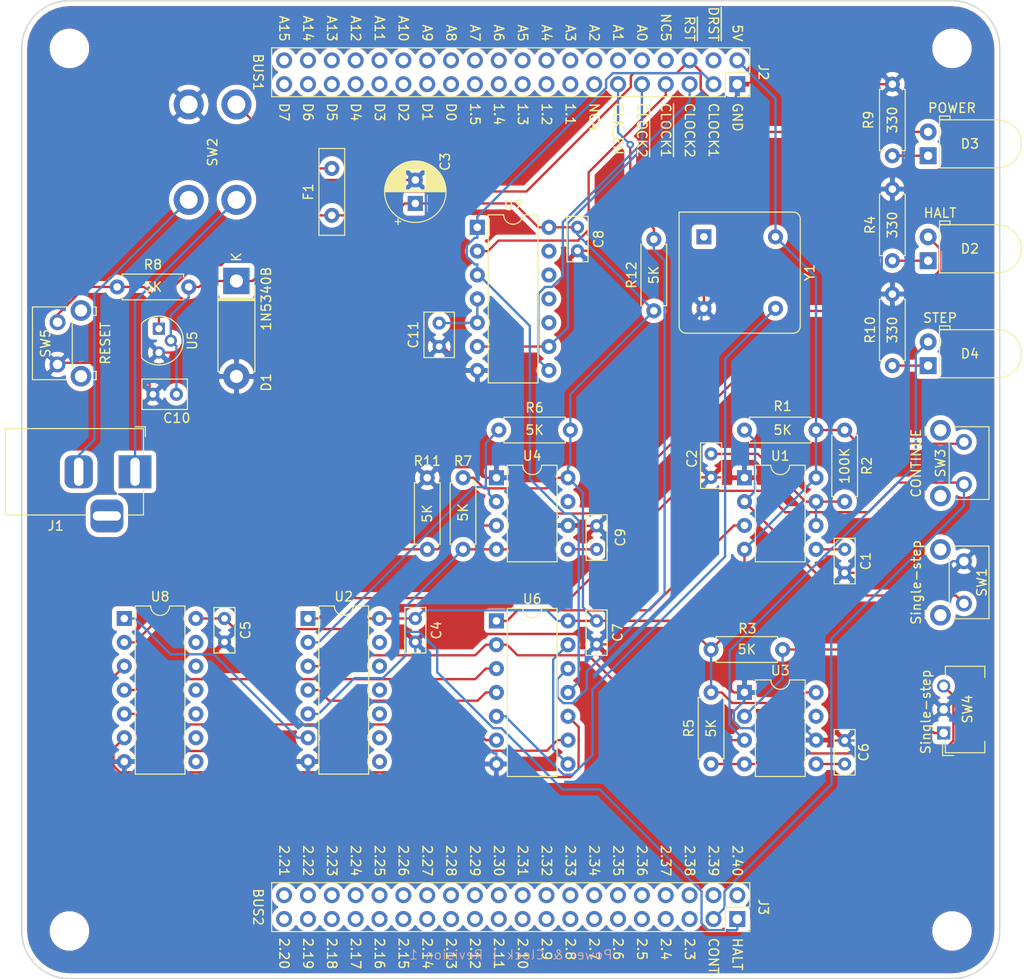
<source format=kicad_pcb>
(kicad_pcb (version 20171130) (host pcbnew "(5.1.5-0-10_14)")
  (layers (0 F.Cu signal) (31 B.Cu signal) (34 B.Paste user hide) (35 F.Paste user hide) (36 B.SilkS user) (37 F.SilkS user) (38 B.Mask user hide) (39 F.Mask user hide) (44 Edge.Cuts user))
  (net 0 "")
  (net 1 ~RESET)
  (net 2 "Net-(D2-Pad1)")
  (net 3 CLOCK1)
  (net 4 "Net-(J2-Pad13)")
  (net 5 "Net-(J2-Pad8)")
  (net 6 "Net-(D4-Pad1)")
  (net 7 "Net-(D3-Pad1)")
  (net 8 "Net-(R3-Pad1)")
  (net 9 "Net-(C6-Pad1)")
  (net 10 "Net-(R5-Pad1)")
  (net 11 STEP_EN)
  (net 12 CLK_STEP)
  (net 13 HALT)
  (net 14 CLOCK2)
  (net 15 CONTINUE)
  (net 16 COMPUTER_GND)
  (net 17 "Net-(C1-Pad1)")
  (net 18 "Net-(C2-Pad1)")
  (net 19 COMPUTER_5V)
  (net 20 "Net-(C9-Pad1)")
  (net 21 "Net-(C11-Pad2)")
  (net 22 "Net-(F1-Pad2)")
  (net 23 "Net-(J1-Pad2)")
  (net 24 "Net-(J1-Pad1)")
  (net 25 A15)
  (net 26 D7)
  (net 27 A14)
  (net 28 D6)
  (net 29 A13)
  (net 30 D5)
  (net 31 A12)
  (net 32 D4)
  (net 33 A11)
  (net 34 D3)
  (net 35 A10)
  (net 36 D2)
  (net 37 A9)
  (net 38 D1)
  (net 39 A8)
  (net 40 D0)
  (net 41 A7)
  (net 42 BUS1_5)
  (net 43 A6)
  (net 44 BUS1_4)
  (net 45 A5)
  (net 46 BUS1_3)
  (net 47 A4)
  (net 48 BUS1_2)
  (net 49 A3)
  (net 50 BUS1_1)
  (net 51 A2)
  (net 52 A1)
  (net 53 CLOCK_ENABLE)
  (net 54 A0)
  (net 55 ~CLOCK2)
  (net 56 ~CLOCK1)
  (net 57 ~DEBUG_RESET)
  (net 58 BUS2_21)
  (net 59 BUS2_20)
  (net 60 BUS2_22)
  (net 61 BUS2_19)
  (net 62 BUS2_23)
  (net 63 BUS2_18)
  (net 64 BUS2_24)
  (net 65 BUS2_17)
  (net 66 BUS2_25)
  (net 67 BUS2_16)
  (net 68 BUS2_26)
  (net 69 BUS2_15)
  (net 70 BUS2_27)
  (net 71 BUS2_14)
  (net 72 BUS2_28)
  (net 73 BUS2_13)
  (net 74 BUS2_29)
  (net 75 BUS2_12)
  (net 76 BUS2_30)
  (net 77 BUS2_11)
  (net 78 BUS2_31)
  (net 79 BUS2_10)
  (net 80 BUS2_32)
  (net 81 BUS2_9)
  (net 82 BUS2_33)
  (net 83 BUS2_8)
  (net 84 BUS2_34)
  (net 85 BUS2_7)
  (net 86 BUS2_35)
  (net 87 BUS2_6)
  (net 88 BUS2_36)
  (net 89 BUS2_5)
  (net 90 BUS2_37)
  (net 91 BUS2_4)
  (net 92 BUS2_38)
  (net 93 BUS2_3)
  (net 94 BUS2_39)
  (net 95 BUS2_40)
  (net 96 "Net-(R1-Pad1)")
  (net 97 "Net-(R6-Pad1)")
  (net 98 "Net-(R11-Pad2)")
  (net 99 "Net-(U2-Pad6)")
  (net 100 "Net-(U2-Pad4)")
  (net 101 "Net-(U3-Pad7)")
  (net 102 "Net-(U4-Pad7)")
  (net 103 "Net-(U6-Pad13)")
  (net 104 "Net-(U6-Pad6)")
  (net 105 CLK_OSC)
  (net 106 "Net-(U6-Pad10)")
  (net 107 "Net-(U6-Pad3)")
  (net 108 "Net-(U6-Pad9)")
  (module DM-02:Switch_DPST_Angled (layer F.Cu) (at 40.64 50.8 90)
    (fp_text reference SW2 (at 8.001 6.35 90) (layer F.SilkS))
    (fp_text value Power)
    (pad 4 thru_hole circle (at 13.081 8.89 90) (size 3.2 3.2) (drill 1.9) (layers *.Cu *.Mask) (net 22 "Net-(F1-Pad2)"))
    (pad 3 thru_hole circle (at 2.921 8.89 90) (size 3.2 3.2) (drill 1.9) (layers *.Cu *.Mask) (net 24 "Net-(J1-Pad1)"))
    (pad 2 thru_hole circle (at 13.081 3.81 90) (size 3.2 3.2) (drill 1.9) (layers *.Cu *.Mask) (net 16 COMPUTER_GND))
    (pad 1 thru_hole circle (at 2.921 3.81 90) (size 3.2 3.2) (drill 1.9) (layers *.Cu *.Mask) (net 23 "Net-(J1-Pad2)"))
  )
  (module LED_THT:LED_D5.0mm_Horizontal_O1.27mm_Z3.0mm (layer F.Cu) (at 123.19 65.532 90)
    (fp_text reference D4 (at 1.27 4.445 180) (layer F.SilkS))
    (fp_text value STEP (at 5.08 1.27 180) (layer F.SilkS))
    (pad 2 thru_hole circle (at 2.54 0 90) (size 1.8 1.8) (drill 0.9) (layers *.Cu *.Mask) (net 11 STEP_EN))
    (pad 1 thru_hole rect (at 0 0 90) (size 1.8 1.8) (drill 0.9) (layers *.Cu *.Mask) (net 6 "Net-(D4-Pad1)"))
  )
  (module LED_THT:LED_D5.0mm_Horizontal_O1.27mm_Z3.0mm (layer F.Cu) (at 123.19 54.356 90)
    (fp_text reference D2 (at 1.27 4.445 180) (layer F.SilkS))
    (fp_text value HALT (at 5.08 1.27 180) (layer F.SilkS))
    (pad 2 thru_hole circle (at 2.54 0 90) (size 1.8 1.8) (drill 0.9) (layers *.Cu *.Mask) (net 13 HALT))
    (pad 1 thru_hole rect (at 0 0 90) (size 1.8 1.8) (drill 0.9) (layers *.Cu *.Mask) (net 2 "Net-(D2-Pad1)"))
  )
  (module Package_DIP:DIP-14_W7.62mm (layer F.Cu) (at 77.216 92.71)
    (fp_text reference U6 (at 3.81 -2.33) (layer F.SilkS))
    (fp_text value 74HCT08)
    (pad 14 thru_hole oval (at 7.62 0) (size 1.6 1.6) (drill 0.8) (layers *.Cu *.Mask) (net 19 COMPUTER_5V))
    (pad 7 thru_hole oval (at 0 15.24) (size 1.6 1.6) (drill 0.8) (layers *.Cu *.Mask) (net 16 COMPUTER_GND))
    (pad 13 thru_hole oval (at 7.62 2.54) (size 1.6 1.6) (drill 0.8) (layers *.Cu *.Mask) (net 103 "Net-(U6-Pad13)"))
    (pad 6 thru_hole oval (at 0 12.7) (size 1.6 1.6) (drill 0.8) (layers *.Cu *.Mask) (net 104 "Net-(U6-Pad6)"))
    (pad 12 thru_hole oval (at 7.62 5.08) (size 1.6 1.6) (drill 0.8) (layers *.Cu *.Mask) (net 53 CLOCK_ENABLE))
    (pad 5 thru_hole oval (at 0 10.16) (size 1.6 1.6) (drill 0.8) (layers *.Cu *.Mask) (net 105 CLK_OSC))
    (pad 11 thru_hole oval (at 7.62 7.62) (size 1.6 1.6) (drill 0.8) (layers *.Cu *.Mask) (net 3 CLOCK1))
    (pad 4 thru_hole oval (at 0 7.62) (size 1.6 1.6) (drill 0.8) (layers *.Cu *.Mask) (net 100 "Net-(U2-Pad4)"))
    (pad 10 thru_hole oval (at 7.62 10.16) (size 1.6 1.6) (drill 0.8) (layers *.Cu *.Mask) (net 106 "Net-(U6-Pad10)"))
    (pad 3 thru_hole oval (at 0 5.08) (size 1.6 1.6) (drill 0.8) (layers *.Cu *.Mask) (net 107 "Net-(U6-Pad3)"))
    (pad 9 thru_hole oval (at 7.62 12.7) (size 1.6 1.6) (drill 0.8) (layers *.Cu *.Mask) (net 108 "Net-(U6-Pad9)"))
    (pad 2 thru_hole oval (at 0 2.54) (size 1.6 1.6) (drill 0.8) (layers *.Cu *.Mask) (net 11 STEP_EN))
    (pad 8 thru_hole oval (at 7.62 15.24) (size 1.6 1.6) (drill 0.8) (layers *.Cu *.Mask) (net 103 "Net-(U6-Pad13)"))
    (pad 1 thru_hole rect (at 0 0) (size 1.6 1.6) (drill 0.8) (layers *.Cu *.Mask) (net 12 CLK_STEP))
  )
  (module Package_TO_SOT_THT:TO-92 (layer F.Cu) (at 41.275 61.595 270)
    (fp_text reference U5 (at 1.27 -3.56 90) (layer F.SilkS))
    (fp_text value MCP100-450D)
    (pad 1 thru_hole rect (at 0 0) (size 1.3 1.3) (drill 0.75) (layers *.Cu *.Mask) (net 1 ~RESET))
    (pad 3 thru_hole circle (at 2.54 0) (size 1.3 1.3) (drill 0.75) (layers *.Cu *.Mask) (net 16 COMPUTER_GND))
    (pad 2 thru_hole circle (at 1.27 -1.27) (size 1.3 1.3) (drill 0.75) (layers *.Cu *.Mask) (net 19 COMPUTER_5V))
  )
  (module Package_DIP:DIP-8_W7.62mm (layer F.Cu) (at 77.216 77.47)
    (fp_text reference U4 (at 3.81 -2.33) (layer F.SilkS))
    (fp_text value 555)
    (pad 8 thru_hole oval (at 7.62 0) (size 1.6 1.6) (drill 0.8) (layers *.Cu *.Mask) (net 19 COMPUTER_5V))
    (pad 4 thru_hole oval (at 0 7.62) (size 1.6 1.6) (drill 0.8) (layers *.Cu *.Mask) (net 13 HALT))
    (pad 7 thru_hole oval (at 7.62 2.54) (size 1.6 1.6) (drill 0.8) (layers *.Cu *.Mask) (net 102 "Net-(U4-Pad7)"))
    (pad 3 thru_hole oval (at 0 5.08) (size 1.6 1.6) (drill 0.8) (layers *.Cu *.Mask) (net 98 "Net-(R11-Pad2)"))
    (pad 6 thru_hole oval (at 7.62 5.08) (size 1.6 1.6) (drill 0.8) (layers *.Cu *.Mask) (net 16 COMPUTER_GND))
    (pad 2 thru_hole oval (at 0 2.54) (size 1.6 1.6) (drill 0.8) (layers *.Cu *.Mask) (net 97 "Net-(R6-Pad1)"))
    (pad 5 thru_hole oval (at 7.62 7.62) (size 1.6 1.6) (drill 0.8) (layers *.Cu *.Mask) (net 20 "Net-(C9-Pad1)"))
    (pad 1 thru_hole rect (at 0 0) (size 1.6 1.6) (drill 0.8) (layers *.Cu *.Mask) (net 16 COMPUTER_GND))
  )
  (module Package_DIP:DIP-14_W7.62mm (layer F.Cu) (at 57.15 92.456)
    (fp_text reference U2 (at 3.81 -2.33) (layer F.SilkS))
    (fp_text value 74HCT04)
    (pad 14 thru_hole oval (at 7.62 0) (size 1.6 1.6) (drill 0.8) (layers *.Cu *.Mask) (net 19 COMPUTER_5V))
    (pad 7 thru_hole oval (at 0 15.24) (size 1.6 1.6) (drill 0.8) (layers *.Cu *.Mask) (net 16 COMPUTER_GND))
    (pad 13 thru_hole oval (at 7.62 2.54) (size 1.6 1.6) (drill 0.8) (layers *.Cu *.Mask))
    (pad 6 thru_hole oval (at 0 12.7) (size 1.6 1.6) (drill 0.8) (layers *.Cu *.Mask) (net 99 "Net-(U2-Pad6)"))
    (pad 12 thru_hole oval (at 7.62 5.08) (size 1.6 1.6) (drill 0.8) (layers *.Cu *.Mask))
    (pad 5 thru_hole oval (at 0 10.16) (size 1.6 1.6) (drill 0.8) (layers *.Cu *.Mask) (net 13 HALT))
    (pad 11 thru_hole oval (at 7.62 7.62) (size 1.6 1.6) (drill 0.8) (layers *.Cu *.Mask))
    (pad 4 thru_hole oval (at 0 7.62) (size 1.6 1.6) (drill 0.8) (layers *.Cu *.Mask) (net 100 "Net-(U2-Pad4)"))
    (pad 10 thru_hole oval (at 7.62 10.16) (size 1.6 1.6) (drill 0.8) (layers *.Cu *.Mask))
    (pad 3 thru_hole oval (at 0 5.08) (size 1.6 1.6) (drill 0.8) (layers *.Cu *.Mask) (net 11 STEP_EN))
    (pad 9 thru_hole oval (at 7.62 12.7) (size 1.6 1.6) (drill 0.8) (layers *.Cu *.Mask))
    (pad 2 thru_hole oval (at 0 2.54) (size 1.6 1.6) (drill 0.8) (layers *.Cu *.Mask) (net 97 "Net-(R6-Pad1)"))
    (pad 8 thru_hole oval (at 7.62 15.24) (size 1.6 1.6) (drill 0.8) (layers *.Cu *.Mask))
    (pad 1 thru_hole rect (at 0 0) (size 1.6 1.6) (drill 0.8) (layers *.Cu *.Mask) (net 15 CONTINUE))
  )
  (module Package_DIP:DIP-8_W7.62mm (layer F.Cu) (at 103.632 77.47)
    (fp_text reference U1 (at 3.81 -2.33) (layer F.SilkS))
    (fp_text value 555)
    (pad 8 thru_hole oval (at 7.62 0) (size 1.6 1.6) (drill 0.8) (layers *.Cu *.Mask) (net 19 COMPUTER_5V))
    (pad 4 thru_hole oval (at 0 7.62) (size 1.6 1.6) (drill 0.8) (layers *.Cu *.Mask) (net 19 COMPUTER_5V))
    (pad 7 thru_hole oval (at 7.62 2.54) (size 1.6 1.6) (drill 0.8) (layers *.Cu *.Mask) (net 18 "Net-(C2-Pad1)"))
    (pad 3 thru_hole oval (at 0 5.08) (size 1.6 1.6) (drill 0.8) (layers *.Cu *.Mask) (net 12 CLK_STEP))
    (pad 6 thru_hole oval (at 7.62 5.08) (size 1.6 1.6) (drill 0.8) (layers *.Cu *.Mask) (net 18 "Net-(C2-Pad1)"))
    (pad 2 thru_hole oval (at 0 2.54) (size 1.6 1.6) (drill 0.8) (layers *.Cu *.Mask) (net 96 "Net-(R1-Pad1)"))
    (pad 5 thru_hole oval (at 7.62 7.62) (size 1.6 1.6) (drill 0.8) (layers *.Cu *.Mask) (net 17 "Net-(C1-Pad1)"))
    (pad 1 thru_hole rect (at 0 0) (size 1.6 1.6) (drill 0.8) (layers *.Cu *.Mask) (net 16 COMPUTER_GND))
  )
  (module Button_Switch_THT:SW_Tactile_SKHH_Angled (layer F.Cu) (at 30.48 65.405 90)
    (fp_text reference SW5 (at 2.25 -1.27 90) (layer F.SilkS))
    (fp_text value RESET (at 2.25 5.09 90) (layer F.SilkS))
    (pad 1 thru_hole circle (at 0 0 270) (size 1.7 1.7) (drill 1) (layers *.Cu *.Mask) (net 16 COMPUTER_GND))
    (pad 2 thru_hole circle (at 4.5 0 270) (size 1.7 1.7) (drill 1) (layers *.Cu *.Mask) (net 1 ~RESET))
    (pad "" thru_hole circle (at -1.25 2.5 270) (size 2.2 2.2) (drill 1.3) (layers *.Cu *.Mask))
    (pad "" thru_hole circle (at 5.75 2.5 270) (size 2.2 2.2) (drill 1.3) (layers *.Cu *.Mask))
  )
  (module DM-02:Slide-switch (layer F.Cu) (at 125.476 104.648 90)
    (fp_text reference SW4 (at 2.54 1.905 90) (layer F.SilkS))
    (fp_text value Single-step (at 2.25 -2.54 90) (layer F.SilkS))
    (pad 4 smd rect (at 7.62 2.54 90) (size 1.4 1.4) (layers F.Cu F.Paste F.Mask))
    (pad 4 smd rect (at -2.54 2.54 90) (size 1.4 1.4) (layers F.Cu F.Paste F.Mask))
    (pad 3 thru_hole circle (at 5 -0.635 90) (size 1.4 1.4) (drill 0.9) (layers *.Cu *.Mask) (net 10 "Net-(R5-Pad1)"))
    (pad 2 thru_hole circle (at 2.5 -0.635 90) (size 1.4 1.4) (drill 0.9) (layers *.Cu *.Mask) (net 16 COMPUTER_GND))
    (pad 1 thru_hole rect (at 0 -0.635 90) (size 1.4 1.4) (drill 0.9) (layers *.Cu *.Mask) (net 8 "Net-(R3-Pad1)"))
  )
  (module Button_Switch_THT:SW_Tactile_SKHH_Angled (layer F.Cu) (at 127 73.66 270)
    (fp_text reference SW3 (at 2.25 2.5 90) (layer F.SilkS))
    (fp_text value CONTINUE (at 2.25 5.09 90) (layer F.SilkS))
    (pad 1 thru_hole circle (at 0 0 90) (size 1.7 1.7) (drill 1) (layers *.Cu *.Mask) (net 19 COMPUTER_5V))
    (pad 2 thru_hole circle (at 4.5 0 90) (size 1.7 1.7) (drill 1) (layers *.Cu *.Mask) (net 15 CONTINUE))
    (pad "" thru_hole circle (at -1.25 2.5 90) (size 2.2 2.2) (drill 1.3) (layers *.Cu *.Mask))
    (pad "" thru_hole circle (at 5.75 2.5 90) (size 2.2 2.2) (drill 1.3) (layers *.Cu *.Mask))
  )
  (module Button_Switch_THT:SW_Tactile_SKHH_Angled (layer F.Cu) (at 127 86.36 270)
    (fp_text reference SW1 (at 2.25 -1.905 90) (layer F.SilkS))
    (fp_text value Single-step (at 2.25 5.09 90) (layer F.SilkS))
    (pad 1 thru_hole circle (at 0 0 90) (size 1.7 1.7) (drill 1) (layers *.Cu *.Mask) (net 16 COMPUTER_GND))
    (pad 2 thru_hole circle (at 4.5 0 90) (size 1.7 1.7) (drill 1) (layers *.Cu *.Mask) (net 96 "Net-(R1-Pad1)"))
    (pad "" thru_hole circle (at -1.25 2.5 90) (size 2.2 2.2) (drill 1.3) (layers *.Cu *.Mask))
    (pad "" thru_hole circle (at 5.75 2.5 90) (size 2.2 2.2) (drill 1.3) (layers *.Cu *.Mask))
  )
  (module Resistor_THT:R_Axial_DIN0207_L6.3mm_D2.5mm_P7.62mm_Horizontal (layer F.Cu) (at 100.076 107.95 90)
    (fp_text reference R5 (at 3.81 -2.37 90) (layer F.SilkS))
    (fp_text value 5K (at 3.81 0 90) (layer F.SilkS))
    (pad 2 thru_hole oval (at 7.62 0 90) (size 1.6 1.6) (drill 0.8) (layers *.Cu *.Mask) (net 19 COMPUTER_5V))
    (pad 1 thru_hole circle (at 0 0 90) (size 1.6 1.6) (drill 0.8) (layers *.Cu *.Mask) (net 10 "Net-(R5-Pad1)"))
  )
  (module Connector_PinSocket_2.54mm:PinSocket_2x20_P2.54mm_Vertical (layer F.Cu) (at 102.87 124.46 270)
    (fp_text reference J3 (at -1.27 -2.77 270 unlocked) (layer F.SilkS))
    (fp_text value BUS2 (at -1.27 51.03 270 unlocked) (layer F.SilkS))
    (pad 40 thru_hole oval (at -2.54 48.26 270) (size 1.7 1.7) (drill 1) (layers *.Cu *.Mask) (net 58 BUS2_21))
    (pad 39 thru_hole oval (at 0 48.26 270) (size 1.7 1.7) (drill 1) (layers *.Cu *.Mask) (net 59 BUS2_20))
    (pad 38 thru_hole oval (at -2.54 45.72 270) (size 1.7 1.7) (drill 1) (layers *.Cu *.Mask) (net 60 BUS2_22))
    (pad 37 thru_hole oval (at 0 45.72 270) (size 1.7 1.7) (drill 1) (layers *.Cu *.Mask) (net 61 BUS2_19))
    (pad 36 thru_hole oval (at -2.54 43.18 270) (size 1.7 1.7) (drill 1) (layers *.Cu *.Mask) (net 62 BUS2_23))
    (pad 35 thru_hole oval (at 0 43.18 270) (size 1.7 1.7) (drill 1) (layers *.Cu *.Mask) (net 63 BUS2_18))
    (pad 34 thru_hole oval (at -2.54 40.64 270) (size 1.7 1.7) (drill 1) (layers *.Cu *.Mask) (net 64 BUS2_24))
    (pad 33 thru_hole oval (at 0 40.64 270) (size 1.7 1.7) (drill 1) (layers *.Cu *.Mask) (net 65 BUS2_17))
    (pad 32 thru_hole oval (at -2.54 38.1 270) (size 1.7 1.7) (drill 1) (layers *.Cu *.Mask) (net 66 BUS2_25))
    (pad 31 thru_hole oval (at 0 38.1 270) (size 1.7 1.7) (drill 1) (layers *.Cu *.Mask) (net 67 BUS2_16))
    (pad 30 thru_hole oval (at -2.54 35.56 270) (size 1.7 1.7) (drill 1) (layers *.Cu *.Mask) (net 68 BUS2_26))
    (pad 29 thru_hole oval (at 0 35.56 270) (size 1.7 1.7) (drill 1) (layers *.Cu *.Mask) (net 69 BUS2_15))
    (pad 28 thru_hole oval (at -2.54 33.02 270) (size 1.7 1.7) (drill 1) (layers *.Cu *.Mask) (net 70 BUS2_27))
    (pad 27 thru_hole oval (at 0 33.02 270) (size 1.7 1.7) (drill 1) (layers *.Cu *.Mask) (net 71 BUS2_14))
    (pad 26 thru_hole oval (at -2.54 30.48 270) (size 1.7 1.7) (drill 1) (layers *.Cu *.Mask) (net 72 BUS2_28))
    (pad 25 thru_hole oval (at 0 30.48 270) (size 1.7 1.7) (drill 1) (layers *.Cu *.Mask) (net 73 BUS2_13))
    (pad 24 thru_hole oval (at -2.54 27.94 270) (size 1.7 1.7) (drill 1) (layers *.Cu *.Mask) (net 74 BUS2_29))
    (pad 23 thru_hole oval (at 0 27.94 270) (size 1.7 1.7) (drill 1) (layers *.Cu *.Mask) (net 75 BUS2_12))
    (pad 22 thru_hole oval (at -2.54 25.4 270) (size 1.7 1.7) (drill 1) (layers *.Cu *.Mask) (net 76 BUS2_30))
    (pad 21 thru_hole oval (at 0 25.4 270) (size 1.7 1.7) (drill 1) (layers *.Cu *.Mask) (net 77 BUS2_11))
    (pad 20 thru_hole oval (at -2.54 22.86 270) (size 1.7 1.7) (drill 1) (layers *.Cu *.Mask) (net 78 BUS2_31))
    (pad 19 thru_hole oval (at 0 22.86 270) (size 1.7 1.7) (drill 1) (layers *.Cu *.Mask) (net 79 BUS2_10))
    (pad 18 thru_hole oval (at -2.54 20.32 270) (size 1.7 1.7) (drill 1) (layers *.Cu *.Mask) (net 80 BUS2_32))
    (pad 17 thru_hole oval (at 0 20.32 270) (size 1.7 1.7) (drill 1) (layers *.Cu *.Mask) (net 81 BUS2_9))
    (pad 16 thru_hole oval (at -2.54 17.78 270) (size 1.7 1.7) (drill 1) (layers *.Cu *.Mask) (net 82 BUS2_33))
    (pad 15 thru_hole oval (at 0 17.78 270) (size 1.7 1.7) (drill 1) (layers *.Cu *.Mask) (net 83 BUS2_8))
    (pad 14 thru_hole oval (at -2.54 15.24 270) (size 1.7 1.7) (drill 1) (layers *.Cu *.Mask) (net 84 BUS2_34))
    (pad 13 thru_hole oval (at 0 15.24 270) (size 1.7 1.7) (drill 1) (layers *.Cu *.Mask) (net 85 BUS2_7))
    (pad 12 thru_hole oval (at -2.54 12.7 270) (size 1.7 1.7) (drill 1) (layers *.Cu *.Mask) (net 86 BUS2_35))
    (pad 11 thru_hole oval (at 0 12.7 270) (size 1.7 1.7) (drill 1) (layers *.Cu *.Mask) (net 87 BUS2_6))
    (pad 10 thru_hole oval (at -2.54 10.16 270) (size 1.7 1.7) (drill 1) (layers *.Cu *.Mask) (net 88 BUS2_36))
    (pad 9 thru_hole oval (at 0 10.16 270) (size 1.7 1.7) (drill 1) (layers *.Cu *.Mask) (net 89 BUS2_5))
    (pad 8 thru_hole oval (at -2.54 7.62 270) (size 1.7 1.7) (drill 1) (layers *.Cu *.Mask) (net 90 BUS2_37))
    (pad 7 thru_hole oval (at 0 7.62 270) (size 1.7 1.7) (drill 1) (layers *.Cu *.Mask) (net 91 BUS2_4))
    (pad 6 thru_hole oval (at -2.54 5.08 270) (size 1.7 1.7) (drill 1) (layers *.Cu *.Mask) (net 92 BUS2_38))
    (pad 5 thru_hole oval (at 0 5.08 270) (size 1.7 1.7) (drill 1) (layers *.Cu *.Mask) (net 93 BUS2_3))
    (pad 4 thru_hole oval (at -2.54 2.54 270) (size 1.7 1.7) (drill 1) (layers *.Cu *.Mask) (net 94 BUS2_39))
    (pad 3 thru_hole oval (at 0 2.54 270) (size 1.7 1.7) (drill 1) (layers *.Cu *.Mask) (net 15 CONTINUE))
    (pad 2 thru_hole oval (at -2.54 0 270) (size 1.7 1.7) (drill 1) (layers *.Cu *.Mask) (net 95 BUS2_40))
    (pad 1 thru_hole rect (at 0 0 270) (size 1.7 1.7) (drill 1) (layers *.Cu *.Mask) (net 13 HALT))
  )
  (module Connector_PinSocket_2.54mm:PinSocket_2x20_P2.54mm_Vertical (layer F.Cu) (at 102.87 35.56 270)
    (fp_text reference J2 (at -1.27 -2.77 270 unlocked) (layer F.SilkS))
    (fp_text value BUS1 (at -1.27 51.03 270 unlocked) (layer F.SilkS))
    (pad 40 thru_hole oval (at -2.54 48.26 270) (size 1.7 1.7) (drill 1) (layers *.Cu *.Mask) (net 25 A15))
    (pad 39 thru_hole oval (at 0 48.26 270) (size 1.7 1.7) (drill 1) (layers *.Cu *.Mask) (net 26 D7))
    (pad 38 thru_hole oval (at -2.54 45.72 270) (size 1.7 1.7) (drill 1) (layers *.Cu *.Mask) (net 27 A14))
    (pad 37 thru_hole oval (at 0 45.72 270) (size 1.7 1.7) (drill 1) (layers *.Cu *.Mask) (net 28 D6))
    (pad 36 thru_hole oval (at -2.54 43.18 270) (size 1.7 1.7) (drill 1) (layers *.Cu *.Mask) (net 29 A13))
    (pad 35 thru_hole oval (at 0 43.18 270) (size 1.7 1.7) (drill 1) (layers *.Cu *.Mask) (net 30 D5))
    (pad 34 thru_hole oval (at -2.54 40.64 270) (size 1.7 1.7) (drill 1) (layers *.Cu *.Mask) (net 31 A12))
    (pad 33 thru_hole oval (at 0 40.64 270) (size 1.7 1.7) (drill 1) (layers *.Cu *.Mask) (net 32 D4))
    (pad 32 thru_hole oval (at -2.54 38.1 270) (size 1.7 1.7) (drill 1) (layers *.Cu *.Mask) (net 33 A11))
    (pad 31 thru_hole oval (at 0 38.1 270) (size 1.7 1.7) (drill 1) (layers *.Cu *.Mask) (net 34 D3))
    (pad 30 thru_hole oval (at -2.54 35.56 270) (size 1.7 1.7) (drill 1) (layers *.Cu *.Mask) (net 35 A10))
    (pad 29 thru_hole oval (at 0 35.56 270) (size 1.7 1.7) (drill 1) (layers *.Cu *.Mask) (net 36 D2))
    (pad 28 thru_hole oval (at -2.54 33.02 270) (size 1.7 1.7) (drill 1) (layers *.Cu *.Mask) (net 37 A9))
    (pad 27 thru_hole oval (at 0 33.02 270) (size 1.7 1.7) (drill 1) (layers *.Cu *.Mask) (net 38 D1))
    (pad 26 thru_hole oval (at -2.54 30.48 270) (size 1.7 1.7) (drill 1) (layers *.Cu *.Mask) (net 39 A8))
    (pad 25 thru_hole oval (at 0 30.48 270) (size 1.7 1.7) (drill 1) (layers *.Cu *.Mask) (net 40 D0))
    (pad 24 thru_hole oval (at -2.54 27.94 270) (size 1.7 1.7) (drill 1) (layers *.Cu *.Mask) (net 41 A7))
    (pad 23 thru_hole oval (at 0 27.94 270) (size 1.7 1.7) (drill 1) (layers *.Cu *.Mask) (net 42 BUS1_5))
    (pad 22 thru_hole oval (at -2.54 25.4 270) (size 1.7 1.7) (drill 1) (layers *.Cu *.Mask) (net 43 A6))
    (pad 21 thru_hole oval (at 0 25.4 270) (size 1.7 1.7) (drill 1) (layers *.Cu *.Mask) (net 44 BUS1_4))
    (pad 20 thru_hole oval (at -2.54 22.86 270) (size 1.7 1.7) (drill 1) (layers *.Cu *.Mask) (net 45 A5))
    (pad 19 thru_hole oval (at 0 22.86 270) (size 1.7 1.7) (drill 1) (layers *.Cu *.Mask) (net 46 BUS1_3))
    (pad 18 thru_hole oval (at -2.54 20.32 270) (size 1.7 1.7) (drill 1) (layers *.Cu *.Mask) (net 47 A4))
    (pad 17 thru_hole oval (at 0 20.32 270) (size 1.7 1.7) (drill 1) (layers *.Cu *.Mask) (net 48 BUS1_2))
    (pad 16 thru_hole oval (at -2.54 17.78 270) (size 1.7 1.7) (drill 1) (layers *.Cu *.Mask) (net 49 A3))
    (pad 15 thru_hole oval (at 0 17.78 270) (size 1.7 1.7) (drill 1) (layers *.Cu *.Mask) (net 50 BUS1_1))
    (pad 14 thru_hole oval (at -2.54 15.24 270) (size 1.7 1.7) (drill 1) (layers *.Cu *.Mask) (net 51 A2))
    (pad 13 thru_hole oval (at 0 15.24 270) (size 1.7 1.7) (drill 1) (layers *.Cu *.Mask) (net 4 "Net-(J2-Pad13)"))
    (pad 12 thru_hole oval (at -2.54 12.7 270) (size 1.7 1.7) (drill 1) (layers *.Cu *.Mask) (net 52 A1))
    (pad 11 thru_hole oval (at 0 12.7 270) (size 1.7 1.7) (drill 1) (layers *.Cu *.Mask) (net 53 CLOCK_ENABLE))
    (pad 10 thru_hole oval (at -2.54 10.16 270) (size 1.7 1.7) (drill 1) (layers *.Cu *.Mask) (net 54 A0))
    (pad 9 thru_hole oval (at 0 10.16 270) (size 1.7 1.7) (drill 1) (layers *.Cu *.Mask) (net 55 ~CLOCK2))
    (pad 8 thru_hole oval (at -2.54 7.62 270) (size 1.7 1.7) (drill 1) (layers *.Cu *.Mask) (net 5 "Net-(J2-Pad8)"))
    (pad 7 thru_hole oval (at 0 7.62 270) (size 1.7 1.7) (drill 1) (layers *.Cu *.Mask) (net 56 ~CLOCK1))
    (pad 6 thru_hole oval (at -2.54 5.08 270) (size 1.7 1.7) (drill 1) (layers *.Cu *.Mask) (net 1 ~RESET))
    (pad 5 thru_hole oval (at 0 5.08 270) (size 1.7 1.7) (drill 1) (layers *.Cu *.Mask) (net 14 CLOCK2))
    (pad 4 thru_hole oval (at -2.54 2.54 270) (size 1.7 1.7) (drill 1) (layers *.Cu *.Mask) (net 57 ~DEBUG_RESET))
    (pad 3 thru_hole oval (at 0 2.54 270) (size 1.7 1.7) (drill 1) (layers *.Cu *.Mask) (net 3 CLOCK1))
    (pad 2 thru_hole oval (at -2.54 0 270) (size 1.7 1.7) (drill 1) (layers *.Cu *.Mask) (net 19 COMPUTER_5V))
    (pad 1 thru_hole rect (at 0 0 270) (size 1.7 1.7) (drill 1) (layers *.Cu *.Mask) (net 16 COMPUTER_GND))
  )
  (module Connector_BarrelJack:BarrelJack_Horizontal (layer F.Cu) (at 38.735 76.835)
    (fp_text reference J1 (at -8.45 5.75) (layer F.SilkS))
    (fp_text value "Power (5V)")
    (pad 3 thru_hole roundrect (at -3 4.7) (size 3.5 3.5) (drill oval 3 1) (layers *.Cu *.Mask))
    (pad 2 thru_hole roundrect (at -6 0) (size 3 3.5) (drill oval 1 3) (layers *.Cu *.Mask) (net 23 "Net-(J1-Pad2)"))
    (pad 1 thru_hole rect (at 0 0) (size 3.5 3.5) (drill oval 1 3) (layers *.Cu *.Mask) (net 24 "Net-(J1-Pad1)"))
  )
  (module Capacitor_THT:C_Disc_D9.0mm_W2.5mm_P5.00mm (layer F.Cu) (at 59.69 49.53 90)
    (fp_text reference F1 (at 2.5 -2.5 90) (layer F.SilkS))
    (fp_text value Polyfuse)
    (pad 2 thru_hole circle (at 5 0 90) (size 1.6 1.6) (drill 0.8) (layers *.Cu *.Mask) (net 22 "Net-(F1-Pad2)"))
    (pad 1 thru_hole circle (at 0 0 90) (size 1.6 1.6) (drill 0.8) (layers *.Cu *.Mask) (net 19 COMPUTER_5V))
  )
  (module LED_THT:LED_D5.0mm_Horizontal_O1.27mm_Z3.0mm (layer F.Cu) (at 123.19 43.18 90)
    (fp_text reference D3 (at 1.27 4.445 180) (layer F.SilkS))
    (fp_text value POWER (at 5.08 2.54 180) (layer F.SilkS))
    (pad 2 thru_hole circle (at 2.54 0 90) (size 1.8 1.8) (drill 0.9) (layers *.Cu *.Mask) (net 1 ~RESET))
    (pad 1 thru_hole rect (at 0 0 90) (size 1.8 1.8) (drill 0.9) (layers *.Cu *.Mask) (net 7 "Net-(D3-Pad1)"))
  )
  (module Capacitor_THT:C_Rect_L4.6mm_W3.0mm_P2.50mm_MKS02_FKP02 (layer F.Cu) (at 71.12 63.5 90)
    (fp_text reference C11 (at 1.25 -2.75 90) (layer F.SilkS))
    (fp_text value 1nF)
    (pad 2 thru_hole circle (at 2.5 0 90) (size 1.4 1.4) (drill 0.7) (layers *.Cu *.Mask) (net 21 "Net-(C11-Pad2)"))
    (pad 1 thru_hole circle (at 0 0 90) (size 1.4 1.4) (drill 0.7) (layers *.Cu *.Mask) (net 16 COMPUTER_GND))
  )
  (module Capacitor_THT:C_Rect_L4.6mm_W3.0mm_P2.50mm_MKS02_FKP02 (layer F.Cu) (at 40.64 68.58)
    (fp_text reference C10 (at 2.54 2.54) (layer F.SilkS))
    (fp_text value "100 nF")
    (pad 2 thru_hole circle (at 2.5 0) (size 1.4 1.4) (drill 0.7) (layers *.Cu *.Mask) (net 19 COMPUTER_5V))
    (pad 1 thru_hole circle (at 0 0) (size 1.4 1.4) (drill 0.7) (layers *.Cu *.Mask) (net 16 COMPUTER_GND))
  )
  (module Capacitor_THT:C_Rect_L4.6mm_W2.0mm_P2.50mm_MKS02_FKP02 (layer F.Cu) (at 87.884 85.09 90)
    (fp_text reference C9 (at 1.27 2.54 90) (layer F.SilkS))
    (fp_text value 10nF)
    (pad 2 thru_hole circle (at 2.5 0 90) (size 1.4 1.4) (drill 0.7) (layers *.Cu *.Mask) (net 16 COMPUTER_GND))
    (pad 1 thru_hole circle (at 0 0 90) (size 1.4 1.4) (drill 0.7) (layers *.Cu *.Mask) (net 20 "Net-(C9-Pad1)"))
  )
  (module Capacitor_THT:CP_Radial_D6.3mm_P2.50mm (layer F.Cu) (at 68.58 48.26 90)
    (fp_text reference C3 (at 4.445 3.175 90) (layer F.SilkS))
    (fp_text value 220µF)
    (pad 2 thru_hole circle (at 2.5 0 90) (size 1.6 1.6) (drill 0.8) (layers *.Cu *.Mask) (net 16 COMPUTER_GND))
    (pad 1 thru_hole rect (at 0 0 90) (size 1.6 1.6) (drill 0.8) (layers *.Cu *.Mask) (net 19 COMPUTER_5V))
  )
  (module Capacitor_THT:C_Rect_L4.6mm_W2.0mm_P2.50mm_MKS02_FKP02 (layer F.Cu) (at 100.076 74.93 270)
    (fp_text reference C2 (at 0.508 2.032 90) (layer F.SilkS))
    (fp_text value 100nF)
    (pad 2 thru_hole circle (at 2.5 0 270) (size 1.4 1.4) (drill 0.7) (layers *.Cu *.Mask) (net 16 COMPUTER_GND))
    (pad 1 thru_hole circle (at 0 0 270) (size 1.4 1.4) (drill 0.7) (layers *.Cu *.Mask) (net 18 "Net-(C2-Pad1)"))
  )
  (module Capacitor_THT:C_Rect_L4.6mm_W2.0mm_P2.50mm_MKS02_FKP02 (layer F.Cu) (at 114.3 85.09 270)
    (fp_text reference C1 (at 1.25 -2.25 90) (layer F.SilkS))
    (fp_text value 10nF)
    (pad 2 thru_hole circle (at 2.5 0 270) (size 1.4 1.4) (drill 0.7) (layers *.Cu *.Mask) (net 16 COMPUTER_GND))
    (pad 1 thru_hole circle (at 0 0 270) (size 1.4 1.4) (drill 0.7) (layers *.Cu *.Mask) (net 17 "Net-(C1-Pad1)"))
  )
  (module 74xx-Computer-Footprints:Oscillator_DIP-8_v2 (layer F.Cu) (at 99.314 51.816 270)
    (fp_text reference Y1 (at 3.81 -11.26 90) (layer F.SilkS))
    (fp_text value "1 MHz")
    (pad 4 thru_hole rect (at 0 0 270) (size 1.6 1.6) (drill 0.8) (layers *.Cu *.Mask))
    (pad 1 thru_hole circle (at 0 -7.62 270) (size 1.6 1.6) (drill 0.8) (layers *.Cu *.Mask) (net 19 COMPUTER_5V))
    (pad 3 thru_hole circle (at 7.62 -7.62 270) (size 1.6 1.6) (drill 0.8) (layers *.Cu *.Mask) (net 105 CLK_OSC))
    (pad 2 thru_hole circle (at 7.62 0 270) (size 1.6 1.6) (drill 0.8) (layers *.Cu *.Mask) (net 16 COMPUTER_GND))
  )
  (module Capacitor_THT:C_Rect_L4.6mm_W2.0mm_P2.50mm_MKS02_FKP02 (layer F.Cu) (at 85.852 50.8 270)
    (fp_text reference C8 (at 1.25 -2.25 90) (layer F.SilkS))
    (fp_text value 100nF)
    (pad 1 thru_hole circle (at 0 0 270) (size 1.4 1.4) (drill 0.7) (layers *.Cu *.Mask) (net 19 COMPUTER_5V))
    (pad 2 thru_hole circle (at 2.5 0 270) (size 1.4 1.4) (drill 0.7) (layers *.Cu *.Mask) (net 16 COMPUTER_GND))
  )
  (module Capacitor_THT:C_Rect_L4.6mm_W2.0mm_P2.50mm_MKS02_FKP02 (layer F.Cu) (at 114.3 107.95 90)
    (fp_text reference C6 (at 1.25 2.032 90) (layer F.SilkS))
    (fp_text value 10nF)
    (pad 2 thru_hole circle (at 2.5 0 90) (size 1.4 1.4) (drill 0.7) (layers *.Cu *.Mask) (net 16 COMPUTER_GND))
    (pad 1 thru_hole circle (at 0 0 90) (size 1.4 1.4) (drill 0.7) (layers *.Cu *.Mask) (net 9 "Net-(C6-Pad1)"))
  )
  (module Capacitor_THT:C_Rect_L4.6mm_W2.0mm_P2.50mm_MKS02_FKP02 (layer F.Cu) (at 48.26 92.456 270)
    (fp_text reference C5 (at 1.25 -2.25 90) (layer F.SilkS))
    (fp_text value 100nF)
    (pad 1 thru_hole circle (at 0 0 270) (size 1.4 1.4) (drill 0.7) (layers *.Cu *.Mask) (net 19 COMPUTER_5V))
    (pad 2 thru_hole circle (at 2.5 0 270) (size 1.4 1.4) (drill 0.7) (layers *.Cu *.Mask) (net 16 COMPUTER_GND))
  )
  (module Capacitor_THT:C_Rect_L4.6mm_W2.0mm_P2.50mm_MKS02_FKP02 (layer F.Cu) (at 68.58 92.456 270)
    (fp_text reference C4 (at 1.25 -2.25 90) (layer F.SilkS))
    (fp_text value 100nF)
    (pad 2 thru_hole circle (at 2.5 0 270) (size 1.4 1.4) (drill 0.7) (layers *.Cu *.Mask) (net 16 COMPUTER_GND))
    (pad 1 thru_hole circle (at 0 0 270) (size 1.4 1.4) (drill 0.7) (layers *.Cu *.Mask) (net 19 COMPUTER_5V))
  )
  (module Capacitor_THT:C_Rect_L4.6mm_W2.0mm_P2.50mm_MKS02_FKP02 (layer F.Cu) (at 87.884 92.71 270)
    (fp_text reference C7 (at 1.25 -2.25 90) (layer F.SilkS))
    (fp_text value 100nF)
    (pad 1 thru_hole circle (at 0 0 270) (size 1.4 1.4) (drill 0.7) (layers *.Cu *.Mask) (net 19 COMPUTER_5V))
    (pad 2 thru_hole circle (at 2.5 0 270) (size 1.4 1.4) (drill 0.7) (layers *.Cu *.Mask) (net 16 COMPUTER_GND))
  )
  (module Package_DIP:DIP-14_W7.62mm (layer F.Cu) (at 75.184 50.8)
    (fp_text reference U7 (at 3.81 -2.33) (layer F.SilkS))
    (fp_text value 74HCT14)
    (pad 14 thru_hole oval (at 7.62 0) (size 1.6 1.6) (drill 0.8) (layers *.Cu *.Mask) (net 19 COMPUTER_5V))
    (pad 7 thru_hole oval (at 0 15.24) (size 1.6 1.6) (drill 0.8) (layers *.Cu *.Mask) (net 16 COMPUTER_GND))
    (pad 13 thru_hole oval (at 7.62 2.54) (size 1.6 1.6) (drill 0.8) (layers *.Cu *.Mask))
    (pad 6 thru_hole oval (at 0 12.7) (size 1.6 1.6) (drill 0.8) (layers *.Cu *.Mask) (net 14 CLOCK2))
    (pad 12 thru_hole oval (at 7.62 5.08) (size 1.6 1.6) (drill 0.8) (layers *.Cu *.Mask))
    (pad 5 thru_hole oval (at 0 10.16) (size 1.6 1.6) (drill 0.8) (layers *.Cu *.Mask) (net 21 "Net-(C11-Pad2)"))
    (pad 11 thru_hole oval (at 7.62 7.62) (size 1.6 1.6) (drill 0.8) (layers *.Cu *.Mask))
    (pad 4 thru_hole oval (at 0 7.62) (size 1.6 1.6) (drill 0.8) (layers *.Cu *.Mask) (net 21 "Net-(C11-Pad2)"))
    (pad 10 thru_hole oval (at 7.62 10.16) (size 1.6 1.6) (drill 0.8) (layers *.Cu *.Mask))
    (pad 3 thru_hole oval (at 0 5.08) (size 1.6 1.6) (drill 0.8) (layers *.Cu *.Mask) (net 3 CLOCK1))
    (pad 9 thru_hole oval (at 7.62 12.7) (size 1.6 1.6) (drill 0.8) (layers *.Cu *.Mask) (net 14 CLOCK2))
    (pad 2 thru_hole oval (at 0 2.54) (size 1.6 1.6) (drill 0.8) (layers *.Cu *.Mask) (net 56 ~CLOCK1))
    (pad 8 thru_hole oval (at 7.62 15.24) (size 1.6 1.6) (drill 0.8) (layers *.Cu *.Mask) (net 55 ~CLOCK2))
    (pad 1 thru_hole rect (at 0 0) (size 1.6 1.6) (drill 0.8) (layers *.Cu *.Mask) (net 3 CLOCK1))
  )
  (module Package_DIP:DIP-14_W7.62mm (layer F.Cu) (at 37.592 92.456)
    (fp_text reference U8 (at 3.81 -2.33) (layer F.SilkS))
    (fp_text value 74HCT32)
    (pad 1 thru_hole rect (at 0 0) (size 1.6 1.6) (drill 0.8) (layers *.Cu *.Mask) (net 99 "Net-(U2-Pad6)"))
    (pad 8 thru_hole oval (at 7.62 15.24) (size 1.6 1.6) (drill 0.8) (layers *.Cu *.Mask))
    (pad 2 thru_hole oval (at 0 2.54) (size 1.6 1.6) (drill 0.8) (layers *.Cu *.Mask) (net 98 "Net-(R11-Pad2)"))
    (pad 9 thru_hole oval (at 7.62 12.7) (size 1.6 1.6) (drill 0.8) (layers *.Cu *.Mask))
    (pad 3 thru_hole oval (at 0 5.08) (size 1.6 1.6) (drill 0.8) (layers *.Cu *.Mask) (net 106 "Net-(U6-Pad10)"))
    (pad 10 thru_hole oval (at 7.62 10.16) (size 1.6 1.6) (drill 0.8) (layers *.Cu *.Mask))
    (pad 4 thru_hole oval (at 0 7.62) (size 1.6 1.6) (drill 0.8) (layers *.Cu *.Mask) (net 107 "Net-(U6-Pad3)"))
    (pad 11 thru_hole oval (at 7.62 7.62) (size 1.6 1.6) (drill 0.8) (layers *.Cu *.Mask))
    (pad 5 thru_hole oval (at 0 10.16) (size 1.6 1.6) (drill 0.8) (layers *.Cu *.Mask) (net 104 "Net-(U6-Pad6)"))
    (pad 12 thru_hole oval (at 7.62 5.08) (size 1.6 1.6) (drill 0.8) (layers *.Cu *.Mask))
    (pad 6 thru_hole oval (at 0 12.7) (size 1.6 1.6) (drill 0.8) (layers *.Cu *.Mask) (net 108 "Net-(U6-Pad9)"))
    (pad 13 thru_hole oval (at 7.62 2.54) (size 1.6 1.6) (drill 0.8) (layers *.Cu *.Mask))
    (pad 7 thru_hole oval (at 0 15.24) (size 1.6 1.6) (drill 0.8) (layers *.Cu *.Mask) (net 16 COMPUTER_GND))
    (pad 14 thru_hole oval (at 7.62 0) (size 1.6 1.6) (drill 0.8) (layers *.Cu *.Mask) (net 19 COMPUTER_5V))
  )
  (module Package_DIP:DIP-8_W7.62mm (layer F.Cu) (at 103.632 100.33)
    (fp_text reference U3 (at 3.81 -2.33) (layer F.SilkS))
    (fp_text value 555)
    (pad 8 thru_hole oval (at 7.62 0) (size 1.6 1.6) (drill 0.8) (layers *.Cu *.Mask) (net 19 COMPUTER_5V))
    (pad 4 thru_hole oval (at 0 7.62) (size 1.6 1.6) (drill 0.8) (layers *.Cu *.Mask) (net 10 "Net-(R5-Pad1)"))
    (pad 7 thru_hole oval (at 7.62 2.54) (size 1.6 1.6) (drill 0.8) (layers *.Cu *.Mask) (net 101 "Net-(U3-Pad7)"))
    (pad 3 thru_hole oval (at 0 5.08) (size 1.6 1.6) (drill 0.8) (layers *.Cu *.Mask) (net 11 STEP_EN))
    (pad 6 thru_hole oval (at 7.62 5.08) (size 1.6 1.6) (drill 0.8) (layers *.Cu *.Mask) (net 16 COMPUTER_GND))
    (pad 2 thru_hole oval (at 0 2.54) (size 1.6 1.6) (drill 0.8) (layers *.Cu *.Mask) (net 8 "Net-(R3-Pad1)"))
    (pad 5 thru_hole oval (at 7.62 7.62) (size 1.6 1.6) (drill 0.8) (layers *.Cu *.Mask) (net 9 "Net-(C6-Pad1)"))
    (pad 1 thru_hole rect (at 0 0) (size 1.6 1.6) (drill 0.8) (layers *.Cu *.Mask) (net 16 COMPUTER_GND))
  )
  (module Resistor_THT:R_Axial_DIN0207_L6.3mm_D2.5mm_P7.62mm_Horizontal (layer F.Cu) (at 36.83 57.15)
    (fp_text reference R8 (at 3.81 -2.37) (layer F.SilkS))
    (fp_text value 5K (at 3.81 0) (layer F.SilkS))
    (pad 2 thru_hole oval (at 7.62 0) (size 1.6 1.6) (drill 0.8) (layers *.Cu *.Mask) (net 19 COMPUTER_5V))
    (pad 1 thru_hole circle (at 0 0) (size 1.6 1.6) (drill 0.8) (layers *.Cu *.Mask) (net 1 ~RESET))
  )
  (module Resistor_THT:R_Axial_DIN0207_L6.3mm_D2.5mm_P7.62mm_Horizontal (layer F.Cu) (at 77.47 72.39)
    (fp_text reference R6 (at 3.81 -2.37) (layer F.SilkS))
    (fp_text value 5K (at 3.81 0) (layer F.SilkS))
    (pad 1 thru_hole circle (at 0 0) (size 1.6 1.6) (drill 0.8) (layers *.Cu *.Mask) (net 97 "Net-(R6-Pad1)"))
    (pad 2 thru_hole oval (at 7.62 0) (size 1.6 1.6) (drill 0.8) (layers *.Cu *.Mask) (net 19 COMPUTER_5V))
  )
  (module Resistor_THT:R_Axial_DIN0207_L6.3mm_D2.5mm_P7.62mm_Horizontal (layer F.Cu) (at 119.38 54.356 90)
    (fp_text reference R4 (at 3.81 -2.37 90) (layer F.SilkS))
    (fp_text value 330 (at 3.81 0 90) (layer F.SilkS))
    (pad 2 thru_hole oval (at 7.62 0 90) (size 1.6 1.6) (drill 0.8) (layers *.Cu *.Mask) (net 16 COMPUTER_GND))
    (pad 1 thru_hole circle (at 0 0 90) (size 1.6 1.6) (drill 0.8) (layers *.Cu *.Mask) (net 2 "Net-(D2-Pad1)"))
  )
  (module Resistor_THT:R_Axial_DIN0207_L6.3mm_D2.5mm_P7.62mm_Horizontal (layer F.Cu) (at 107.696 95.758 180)
    (fp_text reference R3 (at 3.7465 2.2225) (layer F.SilkS))
    (fp_text value 5K (at 3.81 0) (layer F.SilkS))
    (pad 1 thru_hole circle (at 0 0 180) (size 1.6 1.6) (drill 0.8) (layers *.Cu *.Mask) (net 8 "Net-(R3-Pad1)"))
    (pad 2 thru_hole oval (at 7.62 0 180) (size 1.6 1.6) (drill 0.8) (layers *.Cu *.Mask) (net 19 COMPUTER_5V))
  )
  (module Resistor_THT:R_Axial_DIN0207_L6.3mm_D2.5mm_P7.62mm_Horizontal (layer F.Cu) (at 73.66 85.09 90)
    (fp_text reference R7 (at 9.398 0 180) (layer F.SilkS))
    (fp_text value 5K (at 3.937 0 90) (layer F.SilkS))
    (pad 2 thru_hole oval (at 7.62 0 90) (size 1.6 1.6) (drill 0.8) (layers *.Cu *.Mask) (net 19 COMPUTER_5V))
    (pad 1 thru_hole circle (at 0 0 90) (size 1.6 1.6) (drill 0.8) (layers *.Cu *.Mask) (net 13 HALT))
  )
  (module Resistor_THT:R_Axial_DIN0207_L6.3mm_D2.5mm_P7.62mm_Horizontal (layer F.Cu) (at 119.38 65.532 90)
    (fp_text reference R10 (at 3.81 -2.37 90) (layer F.SilkS))
    (fp_text value 330 (at 3.81 0 90) (layer F.SilkS))
    (pad 1 thru_hole circle (at 0 0 90) (size 1.6 1.6) (drill 0.8) (layers *.Cu *.Mask) (net 6 "Net-(D4-Pad1)"))
    (pad 2 thru_hole oval (at 7.62 0 90) (size 1.6 1.6) (drill 0.8) (layers *.Cu *.Mask) (net 16 COMPUTER_GND))
  )
  (module Resistor_THT:R_Axial_DIN0207_L6.3mm_D2.5mm_P7.62mm_Horizontal (layer F.Cu) (at 69.85 77.47 270)
    (fp_text reference R11 (at -1.778 0 180) (layer F.SilkS))
    (fp_text value 5K (at 3.81 0 90) (layer F.SilkS))
    (pad 2 thru_hole oval (at 7.62 0 270) (size 1.6 1.6) (drill 0.8) (layers *.Cu *.Mask) (net 98 "Net-(R11-Pad2)"))
    (pad 1 thru_hole circle (at 0 0 270) (size 1.6 1.6) (drill 0.8) (layers *.Cu *.Mask) (net 16 COMPUTER_GND))
  )
  (module Resistor_THT:R_Axial_DIN0207_L6.3mm_D2.5mm_P7.62mm_Horizontal (layer F.Cu) (at 93.98 59.69 90)
    (fp_text reference R12 (at 3.81 -2.37 90) (layer F.SilkS))
    (fp_text value 5K (at 3.81 0 90) (layer F.SilkS))
    (pad 1 thru_hole circle (at 0 0 90) (size 1.6 1.6) (drill 0.8) (layers *.Cu *.Mask) (net 19 COMPUTER_5V))
    (pad 2 thru_hole oval (at 7.62 0 90) (size 1.6 1.6) (drill 0.8) (layers *.Cu *.Mask) (net 53 CLOCK_ENABLE))
  )
  (module Resistor_THT:R_Axial_DIN0207_L6.3mm_D2.5mm_P7.62mm_Horizontal (layer F.Cu) (at 119.38 35.56 270)
    (fp_text reference R9 (at 3.81 2.54 90) (layer F.SilkS))
    (fp_text value 330 (at 3.81 0 90) (layer F.SilkS))
    (pad 2 thru_hole oval (at 7.62 0 270) (size 1.6 1.6) (drill 0.8) (layers *.Cu *.Mask) (net 7 "Net-(D3-Pad1)"))
    (pad 1 thru_hole circle (at 0 0 270) (size 1.6 1.6) (drill 0.8) (layers *.Cu *.Mask) (net 16 COMPUTER_GND))
  )
  (module Diode_THT:D_5W_P10.16mm_Horizontal (layer F.Cu) (at 49.53 56.515 270)
    (fp_text reference D1 (at 10.795 -3.175 270) (layer F.SilkS))
    (fp_text value 1N5340B (at 1.905 -3.175 270) (layer F.SilkS))
    (fp_text user K (at -2.54 0 270) (layer F.SilkS))
    (pad 1 thru_hole rect (at 0 0 270) (size 2.8 2.8) (drill 1.4) (layers *.Cu *.Mask) (net 19 COMPUTER_5V))
    (pad 2 thru_hole oval (at 10.16 0 270) (size 2.8 2.8) (drill 1.4) (layers *.Cu *.Mask) (net 16 COMPUTER_GND))
  )
  (module Resistor_THT:R_Axial_DIN0207_L6.3mm_D2.5mm_P7.62mm_Horizontal (layer F.Cu) (at 114.3 72.39 270)
    (fp_text reference R2 (at 3.81 -2.37 90) (layer F.SilkS))
    (fp_text value 100K (at 3.81 0 90) (layer F.SilkS))
    (pad 2 thru_hole oval (at 7.62 0 270) (size 1.6 1.6) (drill 0.8) (layers *.Cu *.Mask) (net 18 "Net-(C2-Pad1)"))
    (pad 1 thru_hole circle (at 0 0 270) (size 1.6 1.6) (drill 0.8) (layers *.Cu *.Mask) (net 19 COMPUTER_5V))
  )
  (module Resistor_THT:R_Axial_DIN0207_L6.3mm_D2.5mm_P7.62mm_Horizontal (layer F.Cu) (at 103.632 72.39)
    (fp_text reference R1 (at 4.064 -2.54 180) (layer F.SilkS))
    (fp_text value 5K (at 4.064 0 180) (layer F.SilkS))
    (pad 1 thru_hole circle (at 0 0) (size 1.6 1.6) (drill 0.8) (layers *.Cu *.Mask) (net 96 "Net-(R1-Pad1)"))
    (pad 2 thru_hole oval (at 7.62 0) (size 1.6 1.6) (drill 0.8) (layers *.Cu *.Mask) (net 19 COMPUTER_5V))
  )
  (module MountingHole:MountingHole_3.2mm_M3 (layer F.Cu) (at 125.73 31.75)
    (fp_text reference H4 hide)
    (fp_text value MountingHole hide)
    (pad 1 np_thru_hole circle (at 0 0) (size 3.2 3.2) (drill 3.2) (layers *.Cu *.Mask))
  )
  (module MountingHole:MountingHole_3.2mm_M3 (layer F.Cu) (at 125.73 125.73)
    (fp_text reference H3 hide)
    (fp_text value MountingHole hide)
    (pad 1 np_thru_hole circle (at 0 0) (size 3.2 3.2) (drill 3.2) (layers *.Cu *.Mask))
  )
  (module MountingHole:MountingHole_3.2mm_M3 (layer F.Cu) (at 31.75 125.73)
    (fp_text reference H2 hide)
    (fp_text value MountingHole hide)
    (pad 1 np_thru_hole circle (at 0 0) (size 3.2 3.2) (drill 3.2) (layers *.Cu *.Mask))
  )
  (module MountingHole:MountingHole_3.2mm_M3 (layer F.Cu) (at 31.75 31.75)
    (fp_text reference H1 hide)
    (fp_text value MountingHole hide)
    (pad 1 np_thru_hole circle (at 0 0) (size 3.2 3.2) (drill 3.2) (layers *.Cu *.Mask))
  )
  (gr_text 2.3 (at 97.79 126.365 270) (layer F.SilkS) (effects (font (size 1 1)) (justify left)))
  (gr_text 2.4 (at 95.25 126.365 270) (layer F.SilkS) (effects (font (size 1 1)) (justify left)))
  (gr_text 2.5 (at 92.71 126.365 270) (layer F.SilkS) (effects (font (size 1 1)) (justify left)))
  (gr_text HALT (at 102.87 126.365 270) (layer F.SilkS) (effects (font (size 1 1)) (justify left)))
  (gr_text CONT (at 100.33 126.365 270) (layer F.SilkS) (effects (font (size 1 1)) (justify left)))
  (gr_text 2.6 (at 90.17 126.365 270) (layer F.SilkS) (effects (font (size 1 1)) (justify left)))
  (gr_text 2.8 (at 85.09 126.365 270) (layer F.SilkS) (effects (font (size 1 1)) (justify left)))
  (gr_text 2.10 (at 80.01 126.365 270) (layer F.SilkS) (effects (font (size 1 1)) (justify left)))
  (gr_text 2.7 (at 87.63 126.365 270) (layer F.SilkS) (effects (font (size 1 1)) (justify left)))
  (gr_text 2.9 (at 82.55 126.365 270) (layer F.SilkS) (effects (font (size 1 1)) (justify left)))
  (gr_text 2.11 (at 77.47 126.365 270) (layer F.SilkS) (effects (font (size 1 1)) (justify left)))
  (gr_text 2.12 (at 74.93 126.365 270) (layer F.SilkS) (effects (font (size 1 1)) (justify left)))
  (gr_text 2.15 (at 67.31 126.365 270) (layer F.SilkS) (effects (font (size 1 1)) (justify left)))
  (gr_text 2.13 (at 72.39 126.365 270) (layer F.SilkS) (effects (font (size 1 1)) (justify left)))
  (gr_text 2.14 (at 69.85 126.365 270) (layer F.SilkS) (effects (font (size 1 1)) (justify left)))
  (gr_text 2.19 (at 57.15 126.365 270) (layer F.SilkS) (effects (font (size 1 1)) (justify left)))
  (gr_text 2.20 (at 54.61 126.365 270) (layer F.SilkS) (effects (font (size 1 1)) (justify left)))
  (gr_text 2.18 (at 59.69 126.365 270) (layer F.SilkS) (effects (font (size 1 1)) (justify left)))
  (gr_text 2.16 (at 64.77 126.365 270) (layer F.SilkS) (effects (font (size 1 1)) (justify left)))
  (gr_text 2.17 (at 62.23 126.365 270) (layer F.SilkS) (effects (font (size 1 1)) (justify left)))
  (gr_text 2.36 (at 92.71 120.015 270) (layer F.SilkS) (effects (font (size 1 1)) (justify right)))
  (gr_text 2.24 (at 62.23 120.015 270) (layer F.SilkS) (effects (font (size 1 1)) (justify right)))
  (gr_text 2.21 (at 54.61 120.015 270) (layer F.SilkS) (effects (font (size 1 1)) (justify right)))
  (gr_text 2.23 (at 59.69 120.015 270) (layer F.SilkS) (effects (font (size 1 1)) (justify right)))
  (gr_text 2.22 (at 57.15 120.015 270) (layer F.SilkS) (effects (font (size 1 1)) (justify right)))
  (gr_text 2.25 (at 64.77 120.015 270) (layer F.SilkS) (effects (font (size 1 1)) (justify right)))
  (gr_text 2.26 (at 67.31 120.015 270) (layer F.SilkS) (effects (font (size 1 1)) (justify right)))
  (gr_text 2.27 (at 69.85 120.015 270) (layer F.SilkS) (effects (font (size 1 1)) (justify right)))
  (gr_text 2.29 (at 74.93 120.015 270) (layer F.SilkS) (effects (font (size 1 1)) (justify right)))
  (gr_text 2.28 (at 72.39 120.015 270) (layer F.SilkS) (effects (font (size 1 1)) (justify right)))
  (gr_text 2.30 (at 77.47 120.015 270) (layer F.SilkS) (effects (font (size 1 1)) (justify right)))
  (gr_text 2.33 (at 85.09 120.015 270) (layer F.SilkS) (effects (font (size 1 1)) (justify right)))
  (gr_text 2.35 (at 90.17 120.015 270) (layer F.SilkS) (effects (font (size 1 1)) (justify right)))
  (gr_text 2.32 (at 82.55 120.015 270) (layer F.SilkS) (effects (font (size 1 1)) (justify right)))
  (gr_text 2.34 (at 87.63 120.015 270) (layer F.SilkS) (effects (font (size 1 1)) (justify right)))
  (gr_text 2.31 (at 80.01 120.015 270) (layer F.SilkS) (effects (font (size 1 1)) (justify right)))
  (gr_text 2.40 (at 102.87 120.015 270) (layer F.SilkS) (effects (font (size 1 1)) (justify right)))
  (gr_text 2.38 (at 97.79 120.015 270) (layer F.SilkS) (effects (font (size 1 1)) (justify right)))
  (gr_text 2.37 (at 95.25 120.015 270) (layer F.SilkS) (effects (font (size 1 1)) (justify right)))
  (gr_text 2.39 (at 100.33 120.015 270) (layer F.SilkS) (effects (font (size 1 1)) (justify right)))
  (gr_text GND (at 102.87 37.465 270) (layer F.SilkS) (effects (font (size 1 1)) (justify left)))
  (gr_text CLOCK1 (at 100.33 37.465 270) (layer F.SilkS) (effects (font (size 1 1)) (justify left)))
  (gr_text CLOCK2 (at 97.79 37.465 270) (layer F.SilkS) (effects (font (size 1 1)) (justify left)))
  (gr_text ~CLOCK1 (at 95.25 37.465 270) (layer F.SilkS) (effects (font (size 1 1)) (justify left)))
  (gr_text ~CLOCK2 (at 92.71 37.465 270) (layer F.SilkS) (effects (font (size 1 1)) (justify left)))
  (gr_text CLK_EN (at 90.17 37.465 270) (layer F.SilkS) (effects (font (size 1 1)) (justify left)))
  (gr_text NC4 (at 87.63 37.465 270) (layer F.SilkS) (effects (font (size 1 1)) (justify left)))
  (gr_text 1.3 (at 80.01 37.465 270) (layer F.SilkS) (effects (font (size 1 1)) (justify left)))
  (gr_text 1.4 (at 77.47 37.465 270) (layer F.SilkS) (effects (font (size 1 1)) (justify left)))
  (gr_text 1.5 (at 74.93 37.465 270) (layer F.SilkS) (effects (font (size 1 1)) (justify left)))
  (gr_text 1.1 (at 85.09 37.465 270) (layer F.SilkS) (effects (font (size 1 1)) (justify left)))
  (gr_text 1.2 (at 82.55 37.465 270) (layer F.SilkS) (effects (font (size 1 1)) (justify left)))
  (gr_text D1 (at 69.85 37.465 270) (layer F.SilkS) (effects (font (size 1 1)) (justify left)))
  (gr_text D4 (at 62.23 37.465 270) (layer F.SilkS) (effects (font (size 1 1)) (justify left)))
  (gr_text D5 (at 59.69 37.465 270) (layer F.SilkS) (effects (font (size 1 1)) (justify left)))
  (gr_text D6 (at 57.15 37.465 270) (layer F.SilkS) (effects (font (size 1 1)) (justify left)))
  (gr_text D2 (at 67.31 37.465 270) (layer F.SilkS) (effects (font (size 1 1)) (justify left)))
  (gr_text D3 (at 64.77 37.465 270) (layer F.SilkS) (effects (font (size 1 1)) (justify left)))
  (gr_text D0 (at 72.39 37.465 270) (layer F.SilkS) (effects (font (size 1 1)) (justify left)))
  (gr_text D7 (at 54.61 37.465 270) (layer F.SilkS) (effects (font (size 1 1)) (justify left)))
  (gr_text 5V (at 102.87 31.115 270) (layer F.SilkS) (effects (font (size 1 1)) (justify right)))
  (gr_text ~DRST (at 100.33 31.115 270) (layer F.SilkS) (effects (font (size 1 1)) (justify right)))
  (gr_text ~RST (at 97.79 31.115 270) (layer F.SilkS) (effects (font (size 1 1)) (justify right)))
  (gr_text NC5 (at 95.25 31.115 270) (layer F.SilkS) (effects (font (size 1 1)) (justify right)))
  (gr_text A0 (at 92.71 31.115 270) (layer F.SilkS) (effects (font (size 1 1)) (justify right)))
  (gr_text A3 (at 85.09 31.115 270) (layer F.SilkS) (effects (font (size 1 1)) (justify right)))
  (gr_text A2 (at 87.63 31.115 270) (layer F.SilkS) (effects (font (size 1 1)) (justify right)))
  (gr_text A1 (at 90.17 31.115 270) (layer F.SilkS) (effects (font (size 1 1)) (justify right)))
  (gr_text A4 (at 82.55 31.115 270) (layer F.SilkS) (effects (font (size 1 1)) (justify right)))
  (gr_text A6 (at 77.47 31.115 270) (layer F.SilkS) (effects (font (size 1 1)) (justify right)))
  (gr_text A5 (at 80.01 31.115 270) (layer F.SilkS) (effects (font (size 1 1)) (justify right)))
  (gr_text A7 (at 74.93 31.115 270) (layer F.SilkS) (effects (font (size 1 1)) (justify right)))
  (gr_text A9 (at 69.85 31.115 270) (layer F.SilkS) (effects (font (size 1 1)) (justify right)))
  (gr_text A11 (at 64.77 31.115 270) (layer F.SilkS) (effects (font (size 1 1)) (justify right)))
  (gr_text A8 (at 72.39 31.115 270) (layer F.SilkS) (effects (font (size 1 1)) (justify right)))
  (gr_text A10 (at 67.31 31.115 270) (layer F.SilkS) (effects (font (size 1 1)) (justify right)))
  (gr_text A14 (at 57.15 31.115 270) (layer F.SilkS) (effects (font (size 1 1)) (justify right)))
  (gr_text A13 (at 59.69 31.115 270) (layer F.SilkS) (effects (font (size 1 1)) (justify right)))
  (gr_text A15 (at 54.61 31.115 270) (layer F.SilkS) (effects (font (size 1 1)) (justify right)))
  (gr_text A12 (at 62.23 31.115 270) (layer F.SilkS) (effects (font (size 1 1)) (justify right)))
  (gr_arc (start 125.73 31.75) (end 130.81 31.75) (angle -90) (layer Edge.Cuts) (width 0.15))
  (gr_arc (start 31.75 31.75) (end 31.75 26.67) (angle -90) (layer Edge.Cuts) (width 0.15))
  (gr_arc (start 125.73 125.73) (end 125.73 130.81) (angle -90) (layer Edge.Cuts) (width 0.15))
  (gr_arc (start 31.75 125.73) (end 26.67 125.73) (angle -90) (layer Edge.Cuts) (width 0.15))
  (gr_text "Power & Clock | Revision 1" (at 78.74 128.27) (layer B.SilkS) (effects (font (size 1 1) (thickness 0.1)) (justify mirror)))
  (gr_line (start 125.73 130.81) (end 31.75 130.81) (layer Edge.Cuts) (width 0.15))
  (gr_line (start 31.75 26.67) (end 125.73 26.67) (layer Edge.Cuts) (width 0.15))
  (gr_line (start 130.81 31.75) (end 130.81 125.73) (layer Edge.Cuts) (width 0.15))
  (gr_line (start 26.67 125.73) (end 26.67 31.75) (layer Edge.Cuts) (width 0.15))
  (segment (start 36.83 57.15) (end 33.4342 57.15) (width 0.25) (layer F.Cu) (net 1))
  (segment (start 33.4342 57.15) (end 30.48 60.1042) (width 0.25) (layer F.Cu) (net 1))
  (segment (start 30.48 60.1042) (end 30.48 60.905) (width 0.25) (layer F.Cu) (net 1))
  (segment (start 41.275 58.7115) (end 39.7135 57.15) (width 0.25) (layer F.Cu) (net 1))
  (segment (start 39.7135 57.15) (end 36.83 57.15) (width 0.25) (layer F.Cu) (net 1))
  (segment (start 41.275 58.7115) (end 41.275 61.595) (width 0.25) (layer F.Cu) (net 1))
  (segment (start 91.5346 35.8639) (end 80.413 46.9855) (width 0.25) (layer F.Cu) (net 1))
  (segment (start 80.413 46.9855) (end 55.7407 46.9855) (width 0.25) (layer F.Cu) (net 1))
  (segment (start 55.7407 46.9855) (end 47.9102 54.816) (width 0.25) (layer F.Cu) (net 1))
  (segment (start 47.9102 54.816) (end 45.1705 54.816) (width 0.25) (layer F.Cu) (net 1))
  (segment (start 45.1705 54.816) (end 41.275 58.7115) (width 0.25) (layer F.Cu) (net 1))
  (segment (start 98.9653 35.0032) (end 98.9653 35.8766) (width 0.25) (layer F.Cu) (net 1))
  (segment (start 103.7287 40.64) (end 123.19 40.64) (width 0.25) (layer F.Cu) (net 1))
  (segment (start 98.965001 34.195001) (end 98.965001 35.846001) (width 0.25) (layer F.Cu) (net 1))
  (segment (start 96.425001 34.384999) (end 91.853001 34.384999) (width 0.25) (layer F.Cu) (net 1))
  (segment (start 97.79 33.02) (end 96.425001 34.384999) (width 0.25) (layer F.Cu) (net 1))
  (segment (start 91.5346 34.7034) (end 91.5346 35.2736) (width 0.25) (layer F.Cu) (net 1))
  (segment (start 91.853001 34.384999) (end 91.5346 34.7034) (width 0.25) (layer F.Cu) (net 1))
  (segment (start 91.5346 35.2736) (end 91.5346 35.8639) (width 0.25) (layer F.Cu) (net 1))
  (segment (start 91.5346 35.0706) (end 91.5346 35.2736) (width 0.25) (layer F.Cu) (net 1))
  (segment (start 98.965001 36.100001) (end 99.314 36.449) (width 0.25) (layer F.Cu) (net 1))
  (segment (start 98.965001 34.195001) (end 98.965001 36.100001) (width 0.25) (layer F.Cu) (net 1))
  (segment (start 97.79 33.02) (end 98.965001 34.195001) (width 0.25) (layer F.Cu) (net 1))
  (segment (start 99.314 36.449) (end 103.7287 40.64) (width 0.25) (layer F.Cu) (net 1))
  (segment (start 119.38 54.356) (end 123.19 54.356) (width 0.25) (layer F.Cu) (net 2))
  (segment (start 75.184 55.7053) (end 80.7735 61.2948) (width 0.25) (layer B.Cu) (net 3))
  (segment (start 80.7735 61.2948) (end 80.7735 77.5738) (width 0.25) (layer B.Cu) (net 3))
  (segment (start 80.7735 77.5738) (end 84.4797 81.28) (width 0.25) (layer B.Cu) (net 3))
  (segment (start 84.4797 81.28) (end 85.2206 81.28) (width 0.25) (layer B.Cu) (net 3))
  (segment (start 85.2206 81.28) (end 85.9613 82.0207) (width 0.25) (layer B.Cu) (net 3))
  (segment (start 75.184 55.7053) (end 75.184 55.5306) (width 0.25) (layer B.Cu) (net 3))
  (segment (start 75.184 55.88) (end 75.184 55.7053) (width 0.25) (layer B.Cu) (net 3))
  (segment (start 75.184 50.8) (end 75.184 51.9253) (width 0.25) (layer B.Cu) (net 3))
  (segment (start 75.184 55.3173) (end 75.184 54.7547) (width 0.25) (layer B.Cu) (net 3))
  (segment (start 75.184 55.3173) (end 75.184 55.5306) (width 0.25) (layer B.Cu) (net 3))
  (segment (start 75.184 51.9253) (end 74.9026 51.9253) (width 0.25) (layer B.Cu) (net 3))
  (segment (start 74.9026 51.9253) (end 74.0587 52.7692) (width 0.25) (layer B.Cu) (net 3))
  (segment (start 74.0587 52.7692) (end 74.0587 53.9108) (width 0.25) (layer B.Cu) (net 3))
  (segment (start 74.0587 53.9108) (end 74.9026 54.7547) (width 0.25) (layer B.Cu) (net 3))
  (segment (start 74.9026 54.7547) (end 75.184 54.7547) (width 0.25) (layer B.Cu) (net 3))
  (segment (start 88.9 35.9587) (end 75.184 49.6747) (width 0.25) (layer B.Cu) (net 3))
  (segment (start 88.9 35.090998) (end 88.9 35.9587) (width 0.25) (layer B.Cu) (net 3))
  (segment (start 75.184 49.6747) (end 75.184 50.8) (width 0.25) (layer B.Cu) (net 3))
  (segment (start 89.605999 34.384999) (end 88.9 35.090998) (width 0.25) (layer B.Cu) (net 3))
  (segment (start 99.154999 34.384999) (end 89.605999 34.384999) (width 0.25) (layer B.Cu) (net 3))
  (segment (start 100.33 35.56) (end 99.154999 34.384999) (width 0.25) (layer B.Cu) (net 3))
  (segment (start 85.979 99.187) (end 85.979 82.042) (width 0.25) (layer B.Cu) (net 3))
  (segment (start 84.836 100.33) (end 85.979 99.187) (width 0.25) (layer B.Cu) (net 3))
  (segment (start 85.9613 82.0207) (end 85.979 82.042) (width 0.25) (layer B.Cu) (net 3))
  (segment (start 119.38 65.532) (end 123.19 65.532) (width 0.25) (layer F.Cu) (net 6))
  (segment (start 119.38 43.18) (end 123.19 43.18) (width 0.25) (layer F.Cu) (net 7))
  (segment (start 124.841 104.648) (end 123.8157 104.648) (width 0.25) (layer F.Cu) (net 8))
  (segment (start 107.696 95.758) (end 114.9257 95.758) (width 0.25) (layer F.Cu) (net 8))
  (segment (start 114.9257 95.758) (end 123.8157 104.648) (width 0.25) (layer F.Cu) (net 8))
  (segment (start 107.696 98.806) (end 107.696 95.758) (width 0.25) (layer B.Cu) (net 8))
  (segment (start 103.632 102.87) (end 107.696 98.806) (width 0.25) (layer B.Cu) (net 8))
  (segment (start 114.3 107.95) (end 111.252 107.95) (width 0.25) (layer F.Cu) (net 9))
  (segment (start 103.632 107.95) (end 104.7573 107.95) (width 0.25) (layer F.Cu) (net 10))
  (segment (start 104.7573 107.95) (end 105.8826 106.8247) (width 0.25) (layer F.Cu) (net 10))
  (segment (start 105.8826 106.8247) (end 124.5298 106.8247) (width 0.25) (layer F.Cu) (net 10))
  (segment (start 124.5298 106.8247) (end 125.8778 105.4767) (width 0.25) (layer F.Cu) (net 10))
  (segment (start 125.8778 105.4767) (end 125.8778 100.6848) (width 0.25) (layer F.Cu) (net 10))
  (segment (start 125.8778 100.6848) (end 124.841 99.648) (width 0.25) (layer F.Cu) (net 10))
  (segment (start 100.076 107.95) (end 103.632 107.95) (width 0.25) (layer F.Cu) (net 10))
  (segment (start 103.632 105.41) (end 102.0413 103.8193) (width 0.25) (layer B.Cu) (net 11))
  (segment (start 102.0413 103.8193) (end 102.0413 95.8985) (width 0.25) (layer B.Cu) (net 11))
  (segment (start 102.0413 95.8985) (end 121.8754 76.0644) (width 0.25) (layer B.Cu) (net 11))
  (segment (start 121.8754 76.0644) (end 121.8754 64.3066) (width 0.25) (layer B.Cu) (net 11))
  (segment (start 121.8754 64.3066) (end 123.19 62.992) (width 0.25) (layer B.Cu) (net 11))
  (segment (start 77.216 95.25) (end 76.0907 95.25) (width 0.25) (layer F.Cu) (net 11))
  (segment (start 57.15 97.536) (end 58.2753 97.536) (width 0.25) (layer F.Cu) (net 11))
  (segment (start 58.2753 97.536) (end 59.436 96.3753) (width 0.25) (layer F.Cu) (net 11))
  (segment (start 59.436 96.3753) (end 74.9654 96.3753) (width 0.25) (layer F.Cu) (net 11))
  (segment (start 74.9654 96.3753) (end 76.0907 95.25) (width 0.25) (layer F.Cu) (net 11))
  (segment (start 77.216 95.25) (end 78.3413 95.25) (width 0.25) (layer F.Cu) (net 11))
  (segment (start 103.632 105.41) (end 96.0494 105.41) (width 0.25) (layer F.Cu) (net 11))
  (segment (start 96.0494 105.41) (end 87.0147 96.3753) (width 0.25) (layer F.Cu) (net 11))
  (segment (start 87.0147 96.3753) (end 79.4666 96.3753) (width 0.25) (layer F.Cu) (net 11))
  (segment (start 79.4666 96.3753) (end 78.3413 95.25) (width 0.25) (layer F.Cu) (net 11))
  (segment (start 103.632 82.55) (end 102.5067 82.55) (width 0.25) (layer F.Cu) (net 12))
  (segment (start 77.216 92.71) (end 78.3413 92.71) (width 0.25) (layer F.Cu) (net 12))
  (segment (start 78.3413 92.71) (end 79.4666 91.5847) (width 0.25) (layer F.Cu) (net 12))
  (segment (start 79.4666 91.5847) (end 93.472 91.5847) (width 0.25) (layer F.Cu) (net 12))
  (segment (start 93.472 91.5847) (end 102.5067 82.55) (width 0.25) (layer F.Cu) (net 12))
  (segment (start 99.06 124.9227) (end 99.06 121.5031) (width 0.25) (layer B.Cu) (net 13))
  (segment (start 99.06 121.5031) (end 88.2171 110.6602) (width 0.25) (layer B.Cu) (net 13))
  (segment (start 88.2171 110.6602) (end 84.2664 110.6602) (width 0.25) (layer B.Cu) (net 13))
  (segment (start 84.2664 110.6602) (end 77.7462 104.14) (width 0.25) (layer B.Cu) (net 13))
  (segment (start 77.7462 104.14) (end 76.8822 104.14) (width 0.25) (layer B.Cu) (net 13))
  (segment (start 76.8822 104.14) (end 70.911 98.1688) (width 0.25) (layer B.Cu) (net 13))
  (segment (start 70.911 98.1688) (end 70.911 95.8002) (width 0.25) (layer B.Cu) (net 13))
  (segment (start 70.911 95.8002) (end 68.9938 93.883) (width 0.25) (layer B.Cu) (net 13))
  (segment (start 68.9938 93.883) (end 67.5292 93.883) (width 0.25) (layer B.Cu) (net 13))
  (segment (start 67.5292 93.883) (end 67.5292 96.4181) (width 0.25) (layer B.Cu) (net 13))
  (segment (start 67.5292 96.4181) (end 65.1413 98.806) (width 0.25) (layer B.Cu) (net 13))
  (segment (start 65.1413 98.806) (end 62.0853 98.806) (width 0.25) (layer B.Cu) (net 13))
  (segment (start 62.0853 98.806) (end 58.2753 102.616) (width 0.25) (layer B.Cu) (net 13))
  (segment (start 73.66 85.09) (end 67.5292 91.2208) (width 0.25) (layer B.Cu) (net 13))
  (segment (start 67.5292 91.2208) (end 67.5292 93.883) (width 0.25) (layer B.Cu) (net 13))
  (segment (start 57.15 102.616) (end 58.2753 102.616) (width 0.25) (layer B.Cu) (net 13))
  (segment (start 77.216 85.09) (end 78.3413 85.09) (width 0.25) (layer F.Cu) (net 13))
  (segment (start 78.3413 85.09) (end 82.1513 81.28) (width 0.25) (layer F.Cu) (net 13))
  (segment (start 82.1513 81.28) (end 88.4021 81.28) (width 0.25) (layer F.Cu) (net 13))
  (segment (start 88.4021 81.28) (end 109.9765 59.7056) (width 0.25) (layer F.Cu) (net 13))
  (segment (start 109.9765 59.7056) (end 120.1188 59.7056) (width 0.25) (layer F.Cu) (net 13))
  (segment (start 120.1188 59.7056) (end 124.4154 55.409) (width 0.25) (layer F.Cu) (net 13))
  (segment (start 124.4154 55.409) (end 124.4154 53.0414) (width 0.25) (layer F.Cu) (net 13))
  (segment (start 124.4154 53.0414) (end 123.19 51.816) (width 0.25) (layer F.Cu) (net 13))
  (segment (start 73.66 85.09) (end 77.216 85.09) (width 0.25) (layer F.Cu) (net 13))
  (segment (start 102.78615 125.64385) (end 99.78115 125.64385) (width 0.25) (layer B.Cu) (net 13))
  (segment (start 102.87 124.46) (end 102.87 125.56) (width 0.25) (layer B.Cu) (net 13))
  (segment (start 102.87 125.56) (end 102.78615 125.64385) (width 0.25) (layer B.Cu) (net 13))
  (segment (start 99.78115 125.64385) (end 99.06 124.9227) (width 0.25) (layer B.Cu) (net 13))
  (segment (start 97.79 35.56) (end 97.79 37.3937) (width 0.25) (layer B.Cu) (net 14))
  (segment (start 97.79 37.3937) (end 84.7806 50.4031) (width 0.25) (layer B.Cu) (net 14))
  (segment (start 82.804 63.5) (end 75.184 63.5) (width 0.25) (layer F.Cu) (net 14))
  (segment (start 84.836 61.468) (end 84.836 60.325) (width 0.25) (layer B.Cu) (net 14))
  (segment (start 82.804 63.5) (end 84.836 61.468) (width 0.25) (layer B.Cu) (net 14))
  (segment (start 84.7806 50.4031) (end 84.836 60.325) (width 0.25) (layer B.Cu) (net 14))
  (segment (start 57.15 92.456) (end 58.2753 92.456) (width 0.25) (layer F.Cu) (net 15))
  (segment (start 127 78.16) (end 126.8245 77.9845) (width 0.25) (layer F.Cu) (net 15))
  (segment (start 126.8245 77.9845) (end 119.9962 77.9845) (width 0.25) (layer F.Cu) (net 15))
  (segment (start 119.9962 77.9845) (end 116.8449 81.1358) (width 0.25) (layer F.Cu) (net 15))
  (segment (start 116.8449 81.1358) (end 107.9657 81.1358) (width 0.25) (layer F.Cu) (net 15))
  (segment (start 107.9657 81.1358) (end 105.692 78.8621) (width 0.25) (layer F.Cu) (net 15))
  (segment (start 105.692 78.8621) (end 96.5272 78.8621) (width 0.25) (layer F.Cu) (net 15))
  (segment (start 96.5272 78.8621) (end 85.1109 90.2784) (width 0.25) (layer F.Cu) (net 15))
  (segment (start 85.1109 90.2784) (end 60.4529 90.2784) (width 0.25) (layer F.Cu) (net 15))
  (segment (start 60.4529 90.2784) (end 58.2753 92.456) (width 0.25) (layer F.Cu) (net 15))
  (segment (start 100.33 124.46) (end 101.505001 123.284999) (width 0.25) (layer B.Cu) (net 15))
  (segment (start 112.8667 94.6095) (end 127 80.4762) (width 0.25) (layer B.Cu) (net 15))
  (segment (start 127 80.4762) (end 127 78.16) (width 0.25) (layer B.Cu) (net 15))
  (segment (start 112.903 110.109) (end 112.8667 94.6095) (width 0.25) (layer B.Cu) (net 15))
  (segment (start 101.505001 121.506999) (end 112.903 110.109) (width 0.25) (layer B.Cu) (net 15))
  (segment (start 101.505001 123.284999) (end 101.505001 121.506999) (width 0.25) (layer B.Cu) (net 15))
  (segment (start 68.58 98.47) (end 76.9347 106.8247) (width 0.25) (layer B.Cu) (net 16))
  (segment (start 76.9347 106.8247) (end 77.216 106.8247) (width 0.25) (layer B.Cu) (net 16))
  (segment (start 68.58 94.956) (end 68.58 98.47) (width 0.25) (layer B.Cu) (net 16))
  (segment (start 58.2753 104.0308) (end 60.9601 101.346) (width 0.25) (layer B.Cu) (net 16))
  (segment (start 60.9601 101.346) (end 65.704 101.346) (width 0.25) (layer B.Cu) (net 16))
  (segment (start 65.704 101.346) (end 68.58 98.47) (width 0.25) (layer B.Cu) (net 16))
  (segment (start 58.2753 104.0308) (end 58.1305 103.886) (width 0.25) (layer B.Cu) (net 16))
  (segment (start 58.1305 103.886) (end 56.8118 103.886) (width 0.25) (layer B.Cu) (net 16))
  (segment (start 56.8118 103.886) (end 48.26 95.3342) (width 0.25) (layer B.Cu) (net 16))
  (segment (start 48.26 95.3342) (end 48.26 94.956) (width 0.25) (layer B.Cu) (net 16))
  (segment (start 58.2753 107.696) (end 58.2753 104.0308) (width 0.25) (layer B.Cu) (net 16))
  (segment (start 77.216 107.95) (end 77.216 106.8247) (width 0.25) (layer B.Cu) (net 16))
  (segment (start 57.15 107.696) (end 58.2753 107.696) (width 0.25) (layer B.Cu) (net 16))
  (segment (start 127 86.36) (end 125.77 87.59) (width 0.25) (layer F.Cu) (net 16))
  (segment (start 125.77 87.59) (end 114.3 87.59) (width 0.25) (layer F.Cu) (net 16))
  (segment (start 87.884 95.21) (end 97.3867 95.21) (width 0.25) (layer F.Cu) (net 16))
  (segment (start 97.3867 95.21) (end 102.5067 100.33) (width 0.25) (layer F.Cu) (net 16))
  (segment (start 114.3 105.45) (end 121.539 105.45) (width 0.25) (layer B.Cu) (net 16))
  (segment (start 121.539 105.45) (end 124.841 102.148) (width 0.25) (layer B.Cu) (net 16))
  (segment (start 84.836 82.55) (end 85.9613 82.55) (width 0.25) (layer F.Cu) (net 16))
  (segment (start 85.9613 82.55) (end 86.0013 82.59) (width 0.25) (layer F.Cu) (net 16))
  (segment (start 86.0013 82.59) (end 87.884 82.59) (width 0.25) (layer F.Cu) (net 16))
  (segment (start 75.184 66.04) (end 74.0587 66.04) (width 0.25) (layer F.Cu) (net 16))
  (segment (start 71.12 63.5) (end 71.5187 63.5) (width 0.25) (layer F.Cu) (net 16))
  (segment (start 71.5187 63.5) (end 74.0587 66.04) (width 0.25) (layer F.Cu) (net 16))
  (segment (start 74.9654 76.3447) (end 76.0907 77.47) (width 0.25) (layer F.Cu) (net 16))
  (segment (start 69.85 77.47) (end 70.9753 76.3447) (width 0.25) (layer F.Cu) (net 16))
  (segment (start 70.9753 76.3447) (end 74.9654 76.3447) (width 0.25) (layer F.Cu) (net 16))
  (segment (start 75.184 67.1653) (end 74.9654 67.3839) (width 0.25) (layer F.Cu) (net 16))
  (segment (start 74.9654 67.3839) (end 74.9654 76.3447) (width 0.25) (layer F.Cu) (net 16))
  (segment (start 75.184 66.04) (end 75.184 67.1653) (width 0.25) (layer F.Cu) (net 16))
  (segment (start 69.7053 62.0853) (end 71.12 63.5) (width 0.25) (layer B.Cu) (net 16))
  (segment (start 68.58 45.76) (end 69.7053 46.8853) (width 0.25) (layer B.Cu) (net 16))
  (segment (start 69.7053 46.8853) (end 69.7053 62.0853) (width 0.25) (layer B.Cu) (net 16))
  (segment (start 49.53 66.675) (end 65.1156 66.675) (width 0.25) (layer B.Cu) (net 16))
  (segment (start 65.1156 66.675) (end 69.7053 62.0853) (width 0.25) (layer B.Cu) (net 16))
  (segment (start 68.58 45.76) (end 52.491 45.76) (width 0.25) (layer F.Cu) (net 16))
  (segment (start 52.491 45.76) (end 44.45 37.719) (width 0.25) (layer F.Cu) (net 16))
  (segment (start 40.2824 65.2264) (end 40.2824 68.2224) (width 0.25) (layer F.Cu) (net 16))
  (segment (start 40.2824 68.2224) (end 40.64 68.58) (width 0.25) (layer F.Cu) (net 16))
  (segment (start 41.275 64.135) (end 40.2824 65.1276) (width 0.25) (layer F.Cu) (net 16))
  (segment (start 40.2824 65.1276) (end 40.2824 65.2264) (width 0.25) (layer F.Cu) (net 16))
  (segment (start 40.2824 65.2264) (end 30.6586 65.2264) (width 0.25) (layer F.Cu) (net 16))
  (segment (start 30.6586 65.2264) (end 30.48 65.405) (width 0.25) (layer F.Cu) (net 16))
  (segment (start 99.314 57.912) (end 99.314 59.436) (width 0.25) (layer F.Cu) (net 16))
  (segment (start 85.852 53.3) (end 94.702 53.3) (width 0.25) (layer F.Cu) (net 16))
  (segment (start 94.702 53.3) (end 99.314 57.912) (width 0.25) (layer F.Cu) (net 16))
  (segment (start 99.314 57.912) (end 118.2547 57.912) (width 0.25) (layer F.Cu) (net 16))
  (segment (start 119.38 57.912) (end 118.2547 57.912) (width 0.25) (layer F.Cu) (net 16))
  (segment (start 100.076 77.43) (end 99.0506 76.4046) (width 0.25) (layer B.Cu) (net 16))
  (segment (start 99.0506 76.4046) (end 99.0506 59.6994) (width 0.25) (layer B.Cu) (net 16))
  (segment (start 99.0506 59.6994) (end 99.314 59.436) (width 0.25) (layer B.Cu) (net 16))
  (segment (start 87.884 82.59) (end 93.044 77.43) (width 0.25) (layer F.Cu) (net 16))
  (segment (start 93.044 77.43) (end 100.076 77.43) (width 0.25) (layer F.Cu) (net 16))
  (segment (start 87.884 82.59) (end 88.9094 83.6154) (width 0.25) (layer B.Cu) (net 16))
  (segment (start 88.9094 83.6154) (end 88.9094 94.1846) (width 0.25) (layer B.Cu) (net 16))
  (segment (start 88.9094 94.1846) (end 87.884 95.21) (width 0.25) (layer B.Cu) (net 16))
  (segment (start 68.58 94.956) (end 69.434 94.102) (width 0.25) (layer F.Cu) (net 16))
  (segment (start 69.434 94.102) (end 86.776 94.102) (width 0.25) (layer F.Cu) (net 16))
  (segment (start 86.776 94.102) (end 87.884 95.21) (width 0.25) (layer F.Cu) (net 16))
  (segment (start 47.8047 66.675) (end 45.2647 64.135) (width 0.25) (layer F.Cu) (net 16))
  (segment (start 45.2647 64.135) (end 41.275 64.135) (width 0.25) (layer F.Cu) (net 16))
  (segment (start 84.836 82.55) (end 83.7107 82.55) (width 0.25) (layer B.Cu) (net 16))
  (segment (start 77.216 77.47) (end 78.6307 77.47) (width 0.25) (layer B.Cu) (net 16))
  (segment (start 78.6307 77.47) (end 83.7107 82.55) (width 0.25) (layer B.Cu) (net 16))
  (segment (start 56.5874 107.696) (end 57.15 107.696) (width 0.25) (layer F.Cu) (net 16))
  (segment (start 56.5874 107.696) (end 56.0247 107.696) (width 0.25) (layer F.Cu) (net 16))
  (segment (start 48.6674 66.675) (end 49.53 66.675) (width 0.25) (layer F.Cu) (net 16))
  (segment (start 48.6674 66.675) (end 47.8047 66.675) (width 0.25) (layer F.Cu) (net 16))
  (segment (start 102.5067 77.47) (end 102.4667 77.43) (width 0.25) (layer F.Cu) (net 16))
  (segment (start 102.4667 77.43) (end 100.076 77.43) (width 0.25) (layer F.Cu) (net 16))
  (segment (start 103.632 100.33) (end 102.5067 100.33) (width 0.25) (layer F.Cu) (net 16))
  (segment (start 77.216 77.47) (end 76.0907 77.47) (width 0.25) (layer F.Cu) (net 16))
  (segment (start 119.38 46.736) (end 119.38 45.6107) (width 0.25) (layer B.Cu) (net 16))
  (segment (start 119.38 35.56) (end 120.5053 36.6853) (width 0.25) (layer B.Cu) (net 16))
  (segment (start 120.5053 36.6853) (end 120.5053 44.4854) (width 0.25) (layer B.Cu) (net 16))
  (segment (start 120.5053 44.4854) (end 119.38 45.6107) (width 0.25) (layer B.Cu) (net 16))
  (segment (start 102.87 35.56) (end 119.38 35.56) (width 0.25) (layer F.Cu) (net 16))
  (segment (start 103.632 77.47) (end 102.5067 77.47) (width 0.25) (layer F.Cu) (net 16))
  (segment (start 111.252 105.41) (end 112.3773 105.41) (width 0.25) (layer F.Cu) (net 16))
  (segment (start 114.3 105.45) (end 112.4173 105.45) (width 0.25) (layer F.Cu) (net 16))
  (segment (start 112.4173 105.45) (end 112.3773 105.41) (width 0.25) (layer F.Cu) (net 16))
  (segment (start 37.592 107.696) (end 38.7173 107.696) (width 0.25) (layer F.Cu) (net 16))
  (segment (start 38.7173 107.696) (end 39.8426 106.5707) (width 0.25) (layer F.Cu) (net 16))
  (segment (start 39.8426 106.5707) (end 54.8994 106.5707) (width 0.25) (layer F.Cu) (net 16))
  (segment (start 54.8994 106.5707) (end 56.0247 107.696) (width 0.25) (layer F.Cu) (net 16))
  (segment (start 119.38 46.736) (end 119.38 47.8613) (width 0.25) (layer B.Cu) (net 16))
  (segment (start 119.38 57.912) (end 119.38 56.7867) (width 0.25) (layer B.Cu) (net 16))
  (segment (start 119.38 56.7867) (end 118.2547 55.6614) (width 0.25) (layer B.Cu) (net 16))
  (segment (start 118.2547 55.6614) (end 118.2547 48.9866) (width 0.25) (layer B.Cu) (net 16))
  (segment (start 118.2547 48.9866) (end 119.38 47.8613) (width 0.25) (layer B.Cu) (net 16))
  (segment (start 127 86.36) (end 125.797919 86.36) (width 0.25) (layer B.Cu) (net 16))
  (segment (start 125.797919 86.36) (end 122.047 90.110919) (width 0.25) (layer B.Cu) (net 16))
  (segment (start 122.047 99.354) (end 124.841 102.148) (width 0.25) (layer B.Cu) (net 16))
  (segment (start 122.047 90.110919) (end 122.047 99.354) (width 0.25) (layer B.Cu) (net 16))
  (segment (start 102.506999 102.329999) (end 102.506999 103.410001) (width 0.25) (layer B.Cu) (net 16))
  (segment (start 103.632 101.204998) (end 102.506999 102.329999) (width 0.25) (layer B.Cu) (net 16))
  (segment (start 103.632 100.33) (end 103.632 101.204998) (width 0.25) (layer B.Cu) (net 16))
  (segment (start 109.982 104.14) (end 103.251 104.14) (width 0.25) (layer B.Cu) (net 16))
  (segment (start 111.252 105.41) (end 109.982 104.14) (width 0.25) (layer B.Cu) (net 16))
  (segment (start 102.506999 103.410001) (end 103.251 104.14) (width 0.25) (layer B.Cu) (net 16))
  (segment (start 114.3 85.09) (end 111.252 85.09) (width 0.25) (layer F.Cu) (net 17))
  (segment (start 111.252 80.01) (end 110.1267 80.01) (width 0.25) (layer F.Cu) (net 18))
  (segment (start 100.076 74.93) (end 105.0467 74.93) (width 0.25) (layer F.Cu) (net 18))
  (segment (start 105.0467 74.93) (end 110.1267 80.01) (width 0.25) (layer F.Cu) (net 18))
  (segment (start 111.252 82.55) (end 111.252 80.01) (width 0.25) (layer B.Cu) (net 18))
  (segment (start 114.3 80.01) (end 111.252 80.01) (width 0.25) (layer F.Cu) (net 18))
  (segment (start 48.26 92.456) (end 46.3373 92.456) (width 0.25) (layer F.Cu) (net 19))
  (segment (start 63.6447 92.456) (end 62.5193 93.5814) (width 0.25) (layer F.Cu) (net 19))
  (segment (start 62.5193 93.5814) (end 49.3854 93.5814) (width 0.25) (layer F.Cu) (net 19))
  (segment (start 49.3854 93.5814) (end 48.26 92.456) (width 0.25) (layer F.Cu) (net 19))
  (segment (start 45.212 92.456) (end 46.3373 92.456) (width 0.25) (layer F.Cu) (net 19))
  (segment (start 64.77 92.456) (end 63.6447 92.456) (width 0.25) (layer F.Cu) (net 19))
  (segment (start 68.58 92.456) (end 64.77 92.456) (width 0.25) (layer F.Cu) (net 19))
  (segment (start 87.884 92.71) (end 95.9027 92.71) (width 0.25) (layer F.Cu) (net 19))
  (segment (start 84.836 92.71) (end 87.884 92.71) (width 0.25) (layer F.Cu) (net 19))
  (segment (start 106.934 51.816) (end 111.252 56.134) (width 0.25) (layer B.Cu) (net 19))
  (segment (start 111.252 56.134) (end 111.252 72.39) (width 0.25) (layer B.Cu) (net 19))
  (segment (start 93.98 59.69) (end 85.852 51.562) (width 0.25) (layer B.Cu) (net 19))
  (segment (start 85.852 51.562) (end 85.852 50.8) (width 0.25) (layer B.Cu) (net 19))
  (segment (start 42.545 62.865) (end 43.14 63.46) (width 0.25) (layer B.Cu) (net 19))
  (segment (start 43.14 63.46) (end 43.14 68.58) (width 0.25) (layer B.Cu) (net 19))
  (segment (start 42.545 62.865) (end 42.545 60.1803) (width 0.25) (layer B.Cu) (net 19))
  (segment (start 42.545 60.1803) (end 44.45 58.2753) (width 0.25) (layer B.Cu) (net 19))
  (segment (start 111.252 72.39) (end 111.252 73.5153) (width 0.25) (layer B.Cu) (net 19))
  (segment (start 100.076 100.33) (end 100.076 95.758) (width 0.25) (layer B.Cu) (net 19))
  (segment (start 84.836 77.47) (end 84.836 76.3447) (width 0.25) (layer B.Cu) (net 19))
  (segment (start 85.09 72.39) (end 85.09 76.0907) (width 0.25) (layer B.Cu) (net 19))
  (segment (start 85.09 76.0907) (end 84.836 76.3447) (width 0.25) (layer B.Cu) (net 19))
  (segment (start 93.98 59.69) (end 85.09 68.58) (width 0.25) (layer B.Cu) (net 19))
  (segment (start 85.09 68.58) (end 85.09 72.39) (width 0.25) (layer B.Cu) (net 19))
  (segment (start 68.58 48.26) (end 67.4547 48.26) (width 0.25) (layer F.Cu) (net 19))
  (segment (start 59.69 49.53) (end 66.1847 49.53) (width 0.25) (layer F.Cu) (net 19))
  (segment (start 66.1847 49.53) (end 67.4547 48.26) (width 0.25) (layer F.Cu) (net 19))
  (segment (start 51.2553 56.515) (end 58.2403 49.53) (width 0.25) (layer F.Cu) (net 19))
  (segment (start 58.2403 49.53) (end 59.69 49.53) (width 0.25) (layer F.Cu) (net 19))
  (segment (start 84.836 92.71) (end 83.7107 92.71) (width 0.25) (layer B.Cu) (net 19))
  (segment (start 83.7107 92.71) (end 82.5853 91.5846) (width 0.25) (layer B.Cu) (net 19))
  (segment (start 82.5853 91.5846) (end 69.4514 91.5846) (width 0.25) (layer B.Cu) (net 19))
  (segment (start 69.4514 91.5846) (end 68.58 92.456) (width 0.25) (layer B.Cu) (net 19))
  (segment (start 49.53 56.515) (end 51.2553 56.515) (width 0.25) (layer F.Cu) (net 19))
  (segment (start 49.53 56.515) (end 46.2103 56.515) (width 0.25) (layer F.Cu) (net 19))
  (segment (start 46.2103 56.515) (end 45.5753 57.15) (width 0.25) (layer F.Cu) (net 19))
  (segment (start 127 73.66) (end 126.8138 73.8462) (width 0.25) (layer F.Cu) (net 19))
  (segment (start 126.8138 73.8462) (end 115.7562 73.8462) (width 0.25) (layer F.Cu) (net 19))
  (segment (start 115.7562 73.8462) (end 114.3 72.39) (width 0.25) (layer F.Cu) (net 19))
  (segment (start 111.252 100.33) (end 110.1267 100.33) (width 0.25) (layer F.Cu) (net 19))
  (segment (start 100.076 100.33) (end 101.2013 100.33) (width 0.25) (layer F.Cu) (net 19))
  (segment (start 101.2013 100.33) (end 102.3266 101.4553) (width 0.25) (layer F.Cu) (net 19))
  (segment (start 102.3266 101.4553) (end 109.0014 101.4553) (width 0.25) (layer F.Cu) (net 19))
  (segment (start 109.0014 101.4553) (end 110.1267 100.33) (width 0.25) (layer F.Cu) (net 19))
  (segment (start 44.45 57.15) (end 44.45 58.2753) (width 0.25) (layer B.Cu) (net 19))
  (segment (start 84.836 77.47) (end 83.7107 77.47) (width 0.25) (layer F.Cu) (net 19))
  (segment (start 73.66 77.47) (end 74.7853 77.47) (width 0.25) (layer F.Cu) (net 19))
  (segment (start 74.7853 77.47) (end 75.9106 78.5953) (width 0.25) (layer F.Cu) (net 19))
  (segment (start 75.9106 78.5953) (end 82.5854 78.5953) (width 0.25) (layer F.Cu) (net 19))
  (segment (start 82.5854 78.5953) (end 83.7107 77.47) (width 0.25) (layer F.Cu) (net 19))
  (segment (start 82.804 50.8) (end 81.6787 50.8) (width 0.25) (layer F.Cu) (net 19))
  (segment (start 68.58 48.26) (end 79.1387 48.26) (width 0.25) (layer F.Cu) (net 19))
  (segment (start 79.1387 48.26) (end 81.6787 50.8) (width 0.25) (layer F.Cu) (net 19))
  (segment (start 85.852 50.8) (end 82.804 50.8) (width 0.25) (layer F.Cu) (net 19))
  (segment (start 111.252 72.39) (end 114.3 72.39) (width 0.25) (layer F.Cu) (net 19))
  (segment (start 44.45 57.15) (end 45.5753 57.15) (width 0.25) (layer F.Cu) (net 19))
  (segment (start 106.934 37.084) (end 106.934 37.973) (width 0.25) (layer B.Cu) (net 19))
  (segment (start 102.87 33.02) (end 106.934 37.084) (width 0.25) (layer B.Cu) (net 19))
  (segment (start 106.934 37.973) (end 106.934 51.816) (width 0.25) (layer B.Cu) (net 19))
  (segment (start 86.42901 91.25501) (end 87.184001 92.010001) (width 0.25) (layer B.Cu) (net 19))
  (segment (start 86.42901 79.06301) (end 86.42901 91.25501) (width 0.25) (layer B.Cu) (net 19))
  (segment (start 87.184001 92.010001) (end 87.884 92.71) (width 0.25) (layer B.Cu) (net 19))
  (segment (start 84.836 77.47) (end 86.42901 79.06301) (width 0.25) (layer B.Cu) (net 19))
  (segment (start 111.252 72.39) (end 111.252 77.47) (width 0.25) (layer B.Cu) (net 19))
  (segment (start 111.252 77.47) (end 103.632 85.09) (width 0.25) (layer B.Cu) (net 19))
  (segment (start 103.632 92.202) (end 100.076 95.758) (width 0.25) (layer F.Cu) (net 19))
  (segment (start 103.632 85.09) (end 103.632 92.202) (width 0.25) (layer F.Cu) (net 19))
  (segment (start 97.028 92.71) (end 100.076 95.758) (width 0.25) (layer F.Cu) (net 19))
  (segment (start 87.884 92.71) (end 97.028 92.71) (width 0.25) (layer F.Cu) (net 19))
  (segment (start 87.884 85.09) (end 84.836 85.09) (width 0.25) (layer F.Cu) (net 20))
  (segment (start 75.184 60.96) (end 74.0587 60.96) (width 0.25) (layer B.Cu) (net 21))
  (segment (start 71.12 61) (end 74.0187 61) (width 0.25) (layer B.Cu) (net 21))
  (segment (start 74.0187 61) (end 74.0587 60.96) (width 0.25) (layer B.Cu) (net 21))
  (segment (start 75.184 58.42) (end 75.184 60.96) (width 0.25) (layer B.Cu) (net 21))
  (segment (start 59.69 44.53) (end 56.341 44.53) (width 0.25) (layer F.Cu) (net 22))
  (segment (start 56.341 44.53) (end 49.53 37.719) (width 0.25) (layer F.Cu) (net 22))
  (segment (start 34.4054 57.9236) (end 44.45 47.879) (width 0.25) (layer B.Cu) (net 23))
  (segment (start 34.417 73.403) (end 34.417 71.501) (width 0.25) (layer B.Cu) (net 23))
  (segment (start 32.735 76.835) (end 32.735 75.085) (width 0.25) (layer B.Cu) (net 23))
  (segment (start 32.735 75.085) (end 34.417 73.403) (width 0.25) (layer B.Cu) (net 23))
  (segment (start 34.417 71.501) (end 34.4054 57.9236) (width 0.25) (layer B.Cu) (net 23))
  (segment (start 38.735 76.835) (end 38.735 58.674) (width 0.25) (layer B.Cu) (net 24))
  (segment (start 38.735 58.674) (end 49.53 47.879) (width 0.25) (layer B.Cu) (net 24))
  (segment (start 93.98 50.9447) (end 91.4674 48.4321) (width 0.25) (layer F.Cu) (net 53))
  (segment (start 91.4674 48.4321) (end 91.4674 41.9959) (width 0.25) (layer F.Cu) (net 53))
  (segment (start 90.17 35.56) (end 90.17 40.6985) (width 0.25) (layer B.Cu) (net 53))
  (segment (start 90.17 40.6985) (end 91.4674 41.9959) (width 0.25) (layer B.Cu) (net 53))
  (segment (start 93.98 52.07) (end 93.98 50.9447) (width 0.25) (layer F.Cu) (net 53))
  (segment (start 93.98 52.07) (end 93.98 53.1953) (width 0.25) (layer B.Cu) (net 53))
  (segment (start 93.98 53.1953) (end 95.1244 54.3397) (width 0.25) (layer B.Cu) (net 53))
  (segment (start 95.1244 54.3397) (end 95.1244 89.8346) (width 0.25) (layer B.Cu) (net 53))
  (segment (start 95.1244 89.8346) (end 86.845 98.114) (width 0.25) (layer B.Cu) (net 53))
  (segment (start 86.845 98.114) (end 86.845 99.9546) (width 0.25) (layer B.Cu) (net 53))
  (segment (start 86.845 99.9546) (end 85.3326 101.467) (width 0.25) (layer B.Cu) (net 53))
  (segment (start 85.3326 101.467) (end 84.34 101.467) (width 0.25) (layer B.Cu) (net 53))
  (segment (start 84.34 101.467) (end 83.7094 100.8364) (width 0.25) (layer B.Cu) (net 53))
  (segment (start 83.7094 100.8364) (end 83.7094 98.9166) (width 0.25) (layer B.Cu) (net 53))
  (segment (start 83.7094 98.9166) (end 84.836 97.79) (width 0.25) (layer B.Cu) (net 53))
  (via (at 91.4674 41.9959) (size 0.8) (layers F.Cu B.Cu) (net 53))
  (segment (start 92.71 35.56) (end 92.71 41.8368) (width 0.25) (layer B.Cu) (net 55))
  (segment (start 92.71 41.8368) (end 84.2891 50.2577) (width 0.25) (layer B.Cu) (net 55))
  (segment (start 84.2891 50.2577) (end 84.2891 55.9924) (width 0.25) (layer B.Cu) (net 55))
  (segment (start 84.2891 55.9924) (end 83.1315 57.15) (width 0.25) (layer B.Cu) (net 55))
  (segment (start 83.1315 57.15) (end 82.405 57.15) (width 0.25) (layer B.Cu) (net 55))
  (segment (start 82.405 57.15) (end 81.6787 57.8763) (width 0.25) (layer B.Cu) (net 55))
  (segment (start 81.661 64.897) (end 81.661 63.246) (width 0.25) (layer B.Cu) (net 55))
  (segment (start 82.804 66.04) (end 81.661 64.897) (width 0.25) (layer B.Cu) (net 55))
  (segment (start 81.6787 57.8763) (end 81.661 63.246) (width 0.25) (layer B.Cu) (net 55))
  (segment (start 95.25 36.7353) (end 87.0386 44.9467) (width 0.25) (layer F.Cu) (net 56))
  (segment (start 87.0386 44.9467) (end 87.0386 51.0824) (width 0.25) (layer F.Cu) (net 56))
  (segment (start 87.0386 51.0824) (end 85.9063 52.2147) (width 0.25) (layer F.Cu) (net 56))
  (segment (start 85.9063 52.2147) (end 77.4346 52.2147) (width 0.25) (layer F.Cu) (net 56))
  (segment (start 77.4346 52.2147) (end 76.3093 53.34) (width 0.25) (layer F.Cu) (net 56))
  (segment (start 75.184 53.34) (end 76.3093 53.34) (width 0.25) (layer F.Cu) (net 56))
  (segment (start 95.25 35.56) (end 95.25 36.7353) (width 0.25) (layer F.Cu) (net 56))
  (segment (start 104.431999 73.189999) (end 103.632 72.39) (width 0.25) (layer B.Cu) (net 96))
  (segment (start 104.757001 73.515001) (end 104.431999 73.189999) (width 0.25) (layer B.Cu) (net 96))
  (segment (start 104.757001 78.884999) (end 104.757001 73.515001) (width 0.25) (layer B.Cu) (net 96))
  (segment (start 103.632 80.01) (end 104.757001 78.884999) (width 0.25) (layer B.Cu) (net 96))
  (segment (start 126.150001 90.010001) (end 127 90.86) (width 0.25) (layer F.Cu) (net 96))
  (segment (start 113.632001 90.010001) (end 126.150001 90.010001) (width 0.25) (layer F.Cu) (net 96))
  (segment (start 103.632 80.01) (end 113.632001 90.010001) (width 0.25) (layer F.Cu) (net 96))
  (segment (start 57.15 94.996) (end 58.2753 94.996) (width 0.25) (layer B.Cu) (net 97))
  (segment (start 76.0907 78.4628) (end 74.8085 78.4628) (width 0.25) (layer B.Cu) (net 97))
  (segment (start 74.8085 78.4628) (end 58.2753 94.996) (width 0.25) (layer B.Cu) (net 97))
  (segment (start 77.47 72.39) (end 76.0907 73.7693) (width 0.25) (layer B.Cu) (net 97))
  (segment (start 76.0907 73.7693) (end 76.0907 78.4628) (width 0.25) (layer B.Cu) (net 97))
  (segment (start 76.416001 78.829001) (end 76.073 78.486) (width 0.25) (layer B.Cu) (net 97))
  (segment (start 76.416001 79.210001) (end 76.416001 78.829001) (width 0.25) (layer B.Cu) (net 97))
  (segment (start 77.216 80.01) (end 76.416001 79.210001) (width 0.25) (layer B.Cu) (net 97))
  (segment (start 76.0907 78.4628) (end 76.073 78.486) (width 0.25) (layer B.Cu) (net 97))
  (segment (start 37.592 94.996) (end 38.7173 94.996) (width 0.25) (layer F.Cu) (net 98))
  (segment (start 38.7173 94.996) (end 48.6233 85.09) (width 0.25) (layer F.Cu) (net 98))
  (segment (start 48.6233 85.09) (end 69.85 85.09) (width 0.25) (layer F.Cu) (net 98))
  (segment (start 69.85 85.09) (end 70.9753 85.09) (width 0.25) (layer F.Cu) (net 98))
  (segment (start 70.9753 85.09) (end 73.5153 82.55) (width 0.25) (layer F.Cu) (net 98))
  (segment (start 73.5153 82.55) (end 77.216 82.55) (width 0.25) (layer F.Cu) (net 98))
  (segment (start 57.15 105.156) (end 56.0247 105.156) (width 0.25) (layer B.Cu) (net 99))
  (segment (start 37.592 92.456) (end 38.7173 92.456) (width 0.25) (layer B.Cu) (net 99))
  (segment (start 38.7173 92.456) (end 42.5273 96.266) (width 0.25) (layer B.Cu) (net 99))
  (segment (start 42.5273 96.266) (end 47.1347 96.266) (width 0.25) (layer B.Cu) (net 99))
  (segment (start 47.1347 96.266) (end 56.0247 105.156) (width 0.25) (layer B.Cu) (net 99))
  (segment (start 77.216 100.33) (end 76.0907 100.33) (width 0.25) (layer F.Cu) (net 100))
  (segment (start 57.15 100.076) (end 58.2753 100.076) (width 0.25) (layer F.Cu) (net 100))
  (segment (start 58.2753 100.076) (end 59.4085 101.2092) (width 0.25) (layer F.Cu) (net 100))
  (segment (start 59.4085 101.2092) (end 75.2115 101.2092) (width 0.25) (layer F.Cu) (net 100))
  (segment (start 75.2115 101.2092) (end 76.0907 100.33) (width 0.25) (layer F.Cu) (net 100))
  (segment (start 84.036001 107.150001) (end 84.836 107.95) (width 0.25) (layer B.Cu) (net 103))
  (segment (start 83.25939 106.37339) (end 84.036001 107.150001) (width 0.25) (layer B.Cu) (net 103))
  (segment (start 83.25939 96.82661) (end 83.25939 106.37339) (width 0.25) (layer B.Cu) (net 103))
  (segment (start 84.836 95.25) (end 83.25939 96.82661) (width 0.25) (layer B.Cu) (net 103))
  (segment (start 77.216 105.41) (end 76.0907 105.41) (width 0.25) (layer F.Cu) (net 104))
  (segment (start 37.592 102.616) (end 38.7173 102.616) (width 0.25) (layer F.Cu) (net 104))
  (segment (start 38.7173 102.616) (end 39.8426 103.7413) (width 0.25) (layer F.Cu) (net 104))
  (segment (start 39.8426 103.7413) (end 74.422 103.7413) (width 0.25) (layer F.Cu) (net 104))
  (segment (start 74.422 103.7413) (end 76.0907 105.41) (width 0.25) (layer F.Cu) (net 104))
  (segment (start 77.216 102.87) (end 78.3413 102.87) (width 0.25) (layer B.Cu) (net 105))
  (segment (start 106.934 59.436) (end 101.5697 64.8003) (width 0.25) (layer B.Cu) (net 105))
  (segment (start 101.5697 64.8003) (end 101.5697 85.8602) (width 0.25) (layer B.Cu) (net 105))
  (segment (start 101.5697 85.8602) (end 87.4404 99.9895) (width 0.25) (layer B.Cu) (net 105))
  (segment (start 87.4404 99.9895) (end 87.4404 106.9978) (width 0.25) (layer B.Cu) (net 105))
  (segment (start 87.4404 106.9978) (end 85.3456 109.0926) (width 0.25) (layer B.Cu) (net 105))
  (segment (start 85.3456 109.0926) (end 84.3683 109.0926) (width 0.25) (layer B.Cu) (net 105))
  (segment (start 84.3683 109.0926) (end 78.3413 103.0656) (width 0.25) (layer B.Cu) (net 105))
  (segment (start 78.3413 103.0656) (end 78.3413 102.87) (width 0.25) (layer B.Cu) (net 105))
  (segment (start 35.9969 108.3382) (end 36.9951 109.3364) (width 0.25) (layer F.Cu) (net 106))
  (segment (start 36.9951 109.3364) (end 85.1035 109.3364) (width 0.25) (layer F.Cu) (net 106))
  (segment (start 85.1035 109.3364) (end 85.9613 108.4786) (width 0.25) (layer F.Cu) (net 106))
  (segment (start 85.979 104.013) (end 85.979 105.41) (width 0.25) (layer F.Cu) (net 106))
  (segment (start 84.836 102.87) (end 85.979 104.013) (width 0.25) (layer F.Cu) (net 106))
  (segment (start 85.9613 108.4786) (end 85.979 105.41) (width 0.25) (layer F.Cu) (net 106))
  (segment (start 35.9969 99.1311) (end 35.9969 108.3382) (width 0.25) (layer F.Cu) (net 106))
  (segment (start 37.592 97.536) (end 35.9969 99.1311) (width 0.25) (layer F.Cu) (net 106))
  (segment (start 77.216 97.79) (end 76.0907 97.79) (width 0.25) (layer F.Cu) (net 107))
  (segment (start 37.592 100.076) (end 38.7173 100.076) (width 0.25) (layer F.Cu) (net 107))
  (segment (start 38.7173 100.076) (end 39.878 98.9153) (width 0.25) (layer F.Cu) (net 107))
  (segment (start 39.878 98.9153) (end 74.9654 98.9153) (width 0.25) (layer F.Cu) (net 107))
  (segment (start 74.9654 98.9153) (end 76.0907 97.79) (width 0.25) (layer F.Cu) (net 107))
  (segment (start 83.7107 105.41) (end 84.836 105.41) (width 0.25) (layer F.Cu) (net 108))
  (segment (start 82.5854 106.5353) (end 83.7107 105.41) (width 0.25) (layer F.Cu) (net 108))
  (segment (start 72.7741 108.8357) (end 75.0745 106.5353) (width 0.25) (layer F.Cu) (net 108))
  (segment (start 36.4473 108.1517) (end 37.1313 108.8357) (width 0.25) (layer F.Cu) (net 108))
  (segment (start 75.0745 106.5353) (end 82.5854 106.5353) (width 0.25) (layer F.Cu) (net 108))
  (segment (start 37.1313 108.8357) (end 72.7741 108.8357) (width 0.25) (layer F.Cu) (net 108))
  (segment (start 36.4473 106.3007) (end 36.4473 108.1517) (width 0.25) (layer F.Cu) (net 108))
  (segment (start 37.592 105.156) (end 36.4473 106.3007) (width 0.25) (layer F.Cu) (net 108))
  (zone (net 16) (net_name COMPUTER_GND) (layer F.Cu) (connect_pads (clearance 0.508)) (min_thickness 0.254) (fill yes (arc_segments 32) (thermal_gap 0.508) (thermal_bridge_width 0.508))
    (polygon (pts (xy 130.81 130.81) (xy 26.67 130.81) (xy 26.67 26.67) (xy 130.81 26.67)))
  )
  (zone (net 16) (net_name COMPUTER_GND) (layer B.Cu) (connect_pads (clearance 0.508)) (min_thickness 0.254) (fill yes (arc_segments 32) (thermal_gap 0.508) (thermal_bridge_width 0.508))
    (polygon (pts (xy 130.81 130.81) (xy 26.67 130.81) (xy 26.67 26.67) (xy 130.81 26.67)))
  )
)
</source>
